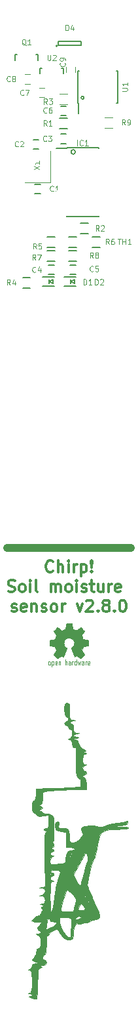
<source format=gbr>
G04 #@! TF.GenerationSoftware,KiCad,Pcbnew,(6.0.0-rc1-dev-135-gb4df06c)*
G04 #@! TF.CreationDate,2018-09-05T13:03:13+03:00*
G04 #@! TF.ProjectId,rs485-moist-sensor,72733438352D6D6F6973742D73656E73,rev?*
G04 #@! TF.SameCoordinates,Original*
G04 #@! TF.FileFunction,Legend,Top*
G04 #@! TF.FilePolarity,Positive*
%FSLAX46Y46*%
G04 Gerber Fmt 4.6, Leading zero omitted, Abs format (unit mm)*
G04 Created by KiCad (PCBNEW (6.0.0-rc1-dev-135-gb4df06c)) date 2018 September 05, Wednesday 13:03:13*
%MOMM*%
%LPD*%
G01*
G04 APERTURE LIST*
%ADD10C,1.000000*%
%ADD11C,0.300000*%
%ADD12C,0.120000*%
%ADD13C,0.150000*%
%ADD14C,0.075000*%
%ADD15C,0.002540*%
%ADD16C,0.010000*%
%ADD17C,0.110000*%
%ADD18R,1.200000X1.400000*%
%ADD19R,0.800000X0.700000*%
%ADD20R,1.500000X0.600000*%
%ADD21R,0.600000X1.550000*%
%ADD22R,0.800100X0.800100*%
%ADD23R,0.800000X0.750000*%
%ADD24R,0.500000X0.900000*%
%ADD25R,0.750000X0.800000*%
%ADD26R,0.650000X1.060000*%
G04 APERTURE END LIST*
D10*
X87000000Y-91000000D02*
X103000000Y-91000000D01*
D11*
X92928571Y-93985714D02*
X92857142Y-94057142D01*
X92642857Y-94128571D01*
X92500000Y-94128571D01*
X92285714Y-94057142D01*
X92142857Y-93914285D01*
X92071428Y-93771428D01*
X92000000Y-93485714D01*
X92000000Y-93271428D01*
X92071428Y-92985714D01*
X92142857Y-92842857D01*
X92285714Y-92700000D01*
X92500000Y-92628571D01*
X92642857Y-92628571D01*
X92857142Y-92700000D01*
X92928571Y-92771428D01*
X93571428Y-94128571D02*
X93571428Y-92628571D01*
X94214285Y-94128571D02*
X94214285Y-93342857D01*
X94142857Y-93200000D01*
X94000000Y-93128571D01*
X93785714Y-93128571D01*
X93642857Y-93200000D01*
X93571428Y-93271428D01*
X94928571Y-94128571D02*
X94928571Y-93128571D01*
X94928571Y-92628571D02*
X94857142Y-92700000D01*
X94928571Y-92771428D01*
X95000000Y-92700000D01*
X94928571Y-92628571D01*
X94928571Y-92771428D01*
X95642857Y-94128571D02*
X95642857Y-93128571D01*
X95642857Y-93414285D02*
X95714285Y-93271428D01*
X95785714Y-93200000D01*
X95928571Y-93128571D01*
X96071428Y-93128571D01*
X96571428Y-93128571D02*
X96571428Y-94628571D01*
X96571428Y-93200000D02*
X96714285Y-93128571D01*
X97000000Y-93128571D01*
X97142857Y-93200000D01*
X97214285Y-93271428D01*
X97285714Y-93414285D01*
X97285714Y-93842857D01*
X97214285Y-93985714D01*
X97142857Y-94057142D01*
X97000000Y-94128571D01*
X96714285Y-94128571D01*
X96571428Y-94057142D01*
X97928571Y-93985714D02*
X98000000Y-94057142D01*
X97928571Y-94128571D01*
X97857142Y-94057142D01*
X97928571Y-93985714D01*
X97928571Y-94128571D01*
X97928571Y-93557142D02*
X97857142Y-92700000D01*
X97928571Y-92628571D01*
X98000000Y-92700000D01*
X97928571Y-93557142D01*
X97928571Y-92628571D01*
X87142857Y-96607142D02*
X87357142Y-96678571D01*
X87714285Y-96678571D01*
X87857142Y-96607142D01*
X87928571Y-96535714D01*
X88000000Y-96392857D01*
X88000000Y-96250000D01*
X87928571Y-96107142D01*
X87857142Y-96035714D01*
X87714285Y-95964285D01*
X87428571Y-95892857D01*
X87285714Y-95821428D01*
X87214285Y-95750000D01*
X87142857Y-95607142D01*
X87142857Y-95464285D01*
X87214285Y-95321428D01*
X87285714Y-95250000D01*
X87428571Y-95178571D01*
X87785714Y-95178571D01*
X88000000Y-95250000D01*
X88857142Y-96678571D02*
X88714285Y-96607142D01*
X88642857Y-96535714D01*
X88571428Y-96392857D01*
X88571428Y-95964285D01*
X88642857Y-95821428D01*
X88714285Y-95750000D01*
X88857142Y-95678571D01*
X89071428Y-95678571D01*
X89214285Y-95750000D01*
X89285714Y-95821428D01*
X89357142Y-95964285D01*
X89357142Y-96392857D01*
X89285714Y-96535714D01*
X89214285Y-96607142D01*
X89071428Y-96678571D01*
X88857142Y-96678571D01*
X90000000Y-96678571D02*
X90000000Y-95678571D01*
X90000000Y-95178571D02*
X89928571Y-95250000D01*
X90000000Y-95321428D01*
X90071428Y-95250000D01*
X90000000Y-95178571D01*
X90000000Y-95321428D01*
X90928571Y-96678571D02*
X90785714Y-96607142D01*
X90714285Y-96464285D01*
X90714285Y-95178571D01*
X92642857Y-96678571D02*
X92642857Y-95678571D01*
X92642857Y-95821428D02*
X92714285Y-95750000D01*
X92857142Y-95678571D01*
X93071428Y-95678571D01*
X93214285Y-95750000D01*
X93285714Y-95892857D01*
X93285714Y-96678571D01*
X93285714Y-95892857D02*
X93357142Y-95750000D01*
X93500000Y-95678571D01*
X93714285Y-95678571D01*
X93857142Y-95750000D01*
X93928571Y-95892857D01*
X93928571Y-96678571D01*
X94857142Y-96678571D02*
X94714285Y-96607142D01*
X94642857Y-96535714D01*
X94571428Y-96392857D01*
X94571428Y-95964285D01*
X94642857Y-95821428D01*
X94714285Y-95750000D01*
X94857142Y-95678571D01*
X95071428Y-95678571D01*
X95214285Y-95750000D01*
X95285714Y-95821428D01*
X95357142Y-95964285D01*
X95357142Y-96392857D01*
X95285714Y-96535714D01*
X95214285Y-96607142D01*
X95071428Y-96678571D01*
X94857142Y-96678571D01*
X96000000Y-96678571D02*
X96000000Y-95678571D01*
X96000000Y-95178571D02*
X95928571Y-95250000D01*
X96000000Y-95321428D01*
X96071428Y-95250000D01*
X96000000Y-95178571D01*
X96000000Y-95321428D01*
X96642857Y-96607142D02*
X96785714Y-96678571D01*
X97071428Y-96678571D01*
X97214285Y-96607142D01*
X97285714Y-96464285D01*
X97285714Y-96392857D01*
X97214285Y-96250000D01*
X97071428Y-96178571D01*
X96857142Y-96178571D01*
X96714285Y-96107142D01*
X96642857Y-95964285D01*
X96642857Y-95892857D01*
X96714285Y-95750000D01*
X96857142Y-95678571D01*
X97071428Y-95678571D01*
X97214285Y-95750000D01*
X97714285Y-95678571D02*
X98285714Y-95678571D01*
X97928571Y-95178571D02*
X97928571Y-96464285D01*
X98000000Y-96607142D01*
X98142857Y-96678571D01*
X98285714Y-96678571D01*
X99428571Y-95678571D02*
X99428571Y-96678571D01*
X98785714Y-95678571D02*
X98785714Y-96464285D01*
X98857142Y-96607142D01*
X99000000Y-96678571D01*
X99214285Y-96678571D01*
X99357142Y-96607142D01*
X99428571Y-96535714D01*
X100142857Y-96678571D02*
X100142857Y-95678571D01*
X100142857Y-95964285D02*
X100214285Y-95821428D01*
X100285714Y-95750000D01*
X100428571Y-95678571D01*
X100571428Y-95678571D01*
X101642857Y-96607142D02*
X101500000Y-96678571D01*
X101214285Y-96678571D01*
X101071428Y-96607142D01*
X101000000Y-96464285D01*
X101000000Y-95892857D01*
X101071428Y-95750000D01*
X101214285Y-95678571D01*
X101500000Y-95678571D01*
X101642857Y-95750000D01*
X101714285Y-95892857D01*
X101714285Y-96035714D01*
X101000000Y-96178571D01*
X87607142Y-99157142D02*
X87750000Y-99228571D01*
X88035714Y-99228571D01*
X88178571Y-99157142D01*
X88250000Y-99014285D01*
X88250000Y-98942857D01*
X88178571Y-98800000D01*
X88035714Y-98728571D01*
X87821428Y-98728571D01*
X87678571Y-98657142D01*
X87607142Y-98514285D01*
X87607142Y-98442857D01*
X87678571Y-98300000D01*
X87821428Y-98228571D01*
X88035714Y-98228571D01*
X88178571Y-98300000D01*
X89464285Y-99157142D02*
X89321428Y-99228571D01*
X89035714Y-99228571D01*
X88892857Y-99157142D01*
X88821428Y-99014285D01*
X88821428Y-98442857D01*
X88892857Y-98300000D01*
X89035714Y-98228571D01*
X89321428Y-98228571D01*
X89464285Y-98300000D01*
X89535714Y-98442857D01*
X89535714Y-98585714D01*
X88821428Y-98728571D01*
X90178571Y-98228571D02*
X90178571Y-99228571D01*
X90178571Y-98371428D02*
X90250000Y-98300000D01*
X90392857Y-98228571D01*
X90607142Y-98228571D01*
X90750000Y-98300000D01*
X90821428Y-98442857D01*
X90821428Y-99228571D01*
X91464285Y-99157142D02*
X91607142Y-99228571D01*
X91892857Y-99228571D01*
X92035714Y-99157142D01*
X92107142Y-99014285D01*
X92107142Y-98942857D01*
X92035714Y-98800000D01*
X91892857Y-98728571D01*
X91678571Y-98728571D01*
X91535714Y-98657142D01*
X91464285Y-98514285D01*
X91464285Y-98442857D01*
X91535714Y-98300000D01*
X91678571Y-98228571D01*
X91892857Y-98228571D01*
X92035714Y-98300000D01*
X92964285Y-99228571D02*
X92821428Y-99157142D01*
X92750000Y-99085714D01*
X92678571Y-98942857D01*
X92678571Y-98514285D01*
X92750000Y-98371428D01*
X92821428Y-98300000D01*
X92964285Y-98228571D01*
X93178571Y-98228571D01*
X93321428Y-98300000D01*
X93392857Y-98371428D01*
X93464285Y-98514285D01*
X93464285Y-98942857D01*
X93392857Y-99085714D01*
X93321428Y-99157142D01*
X93178571Y-99228571D01*
X92964285Y-99228571D01*
X94107142Y-99228571D02*
X94107142Y-98228571D01*
X94107142Y-98514285D02*
X94178571Y-98371428D01*
X94250000Y-98300000D01*
X94392857Y-98228571D01*
X94535714Y-98228571D01*
X96035714Y-98228571D02*
X96392857Y-99228571D01*
X96750000Y-98228571D01*
X97250000Y-97871428D02*
X97321428Y-97800000D01*
X97464285Y-97728571D01*
X97821428Y-97728571D01*
X97964285Y-97800000D01*
X98035714Y-97871428D01*
X98107142Y-98014285D01*
X98107142Y-98157142D01*
X98035714Y-98371428D01*
X97178571Y-99228571D01*
X98107142Y-99228571D01*
X98750000Y-99085714D02*
X98821428Y-99157142D01*
X98750000Y-99228571D01*
X98678571Y-99157142D01*
X98750000Y-99085714D01*
X98750000Y-99228571D01*
X99678571Y-98371428D02*
X99535714Y-98300000D01*
X99464285Y-98228571D01*
X99392857Y-98085714D01*
X99392857Y-98014285D01*
X99464285Y-97871428D01*
X99535714Y-97800000D01*
X99678571Y-97728571D01*
X99964285Y-97728571D01*
X100107142Y-97800000D01*
X100178571Y-97871428D01*
X100250000Y-98014285D01*
X100250000Y-98085714D01*
X100178571Y-98228571D01*
X100107142Y-98300000D01*
X99964285Y-98371428D01*
X99678571Y-98371428D01*
X99535714Y-98442857D01*
X99464285Y-98514285D01*
X99392857Y-98657142D01*
X99392857Y-98942857D01*
X99464285Y-99085714D01*
X99535714Y-99157142D01*
X99678571Y-99228571D01*
X99964285Y-99228571D01*
X100107142Y-99157142D01*
X100178571Y-99085714D01*
X100250000Y-98942857D01*
X100250000Y-98657142D01*
X100178571Y-98514285D01*
X100107142Y-98442857D01*
X99964285Y-98371428D01*
X100892857Y-99085714D02*
X100964285Y-99157142D01*
X100892857Y-99228571D01*
X100821428Y-99157142D01*
X100892857Y-99085714D01*
X100892857Y-99228571D01*
X101892857Y-97728571D02*
X102035714Y-97728571D01*
X102178571Y-97800000D01*
X102250000Y-97871428D01*
X102321428Y-98014285D01*
X102392857Y-98300000D01*
X102392857Y-98657142D01*
X102321428Y-98942857D01*
X102250000Y-99085714D01*
X102178571Y-99157142D01*
X102035714Y-99228571D01*
X101892857Y-99228571D01*
X101750000Y-99157142D01*
X101678571Y-99085714D01*
X101607142Y-98942857D01*
X101535714Y-98657142D01*
X101535714Y-98300000D01*
X101607142Y-98014285D01*
X101678571Y-97871428D01*
X101750000Y-97800000D01*
X101892857Y-97728571D01*
D12*
G04 #@! TO.C,X1*
X89300000Y-43800000D02*
X92600000Y-43800000D01*
X92600000Y-43800000D02*
X92600000Y-39800000D01*
D13*
G04 #@! TO.C,D1*
X92460000Y-56892000D02*
X92460000Y-56392000D01*
X92960000Y-56892000D02*
X92460000Y-56642000D01*
X92460000Y-56642000D02*
X92960000Y-56392000D01*
X92960000Y-56392000D02*
X92960000Y-56892000D01*
X93110000Y-56042000D02*
X91560000Y-56042000D01*
X93110000Y-57242000D02*
X91560000Y-57242000D01*
G04 #@! TO.C,D2*
X95254000Y-56892000D02*
X95254000Y-56392000D01*
X95754000Y-56892000D02*
X95754000Y-56392000D01*
X95754000Y-56392000D02*
X95254000Y-56642000D01*
X95254000Y-56642000D02*
X95754000Y-56892000D01*
X95904000Y-56042000D02*
X94354000Y-56042000D01*
X95904000Y-57242000D02*
X94354000Y-57242000D01*
G04 #@! TO.C,IC1*
X94725000Y-39350000D02*
X94725000Y-39465000D01*
X98875000Y-39350000D02*
X98875000Y-39465000D01*
X98875000Y-48250000D02*
X98875000Y-48135000D01*
X94725000Y-48250000D02*
X94725000Y-48135000D01*
X94725000Y-39350000D02*
X98875000Y-39350000D01*
X94725000Y-48250000D02*
X98875000Y-48250000D01*
X94725000Y-39465000D02*
X93350000Y-39465000D01*
X95832843Y-39900000D02*
G75*
G03X95832843Y-39900000I-282843J0D01*
G01*
G04 #@! TO.C,U1*
X96225000Y-33575000D02*
X96225000Y-34975000D01*
X101325000Y-33575000D02*
X101325000Y-29425000D01*
X96175000Y-33575000D02*
X96175000Y-29425000D01*
X101325000Y-33575000D02*
X101180000Y-33575000D01*
X101325000Y-29425000D02*
X101180000Y-29425000D01*
X96175000Y-29425000D02*
X96320000Y-29425000D01*
X96175000Y-33575000D02*
X96225000Y-33575000D01*
X96930278Y-32900000D02*
G75*
G03X96930278Y-32900000I-180278J0D01*
G01*
G04 #@! TO.C,U2*
X94249820Y-29099760D02*
X94249820Y-29800800D01*
X94049160Y-29099760D02*
X94249820Y-29099760D01*
X91250180Y-29099760D02*
X91499100Y-29099760D01*
X91250180Y-29800800D02*
X91250180Y-29099760D01*
X94049160Y-29099760D02*
X94000900Y-29099760D01*
G04 #@! TO.C,Q1*
X90999820Y-27349760D02*
X90999820Y-28050800D01*
X90799160Y-27349760D02*
X90999820Y-27349760D01*
X88000180Y-27349760D02*
X88249100Y-27349760D01*
X88000180Y-28050800D02*
X88000180Y-27349760D01*
X90799160Y-27349760D02*
X90750900Y-27349760D01*
G04 #@! TO.C,C1*
X91300000Y-45300000D02*
X90600000Y-45300000D01*
X90600000Y-44100000D02*
X91300000Y-44100000D01*
G04 #@! TO.C,C2*
X90400000Y-38300000D02*
X91100000Y-38300000D01*
X91100000Y-39500000D02*
X90400000Y-39500000D01*
G04 #@! TO.C,C3*
X93950000Y-37600000D02*
X94650000Y-37600000D01*
X94650000Y-38800000D02*
X93950000Y-38800000D01*
G04 #@! TO.C,C4*
X93060000Y-55718000D02*
X92360000Y-55718000D01*
X92360000Y-54518000D02*
X93060000Y-54518000D01*
G04 #@! TO.C,C5*
X95154000Y-54518000D02*
X95854000Y-54518000D01*
X95854000Y-55718000D02*
X95154000Y-55718000D01*
G04 #@! TO.C,C6*
X94650000Y-35200000D02*
X93950000Y-35200000D01*
X93950000Y-34000000D02*
X94650000Y-34000000D01*
G04 #@! TO.C,R1*
X93800000Y-35525000D02*
X94800000Y-35525000D01*
X94800000Y-36875000D02*
X93800000Y-36875000D01*
G04 #@! TO.C,R2*
X97528000Y-50459000D02*
X96528000Y-50459000D01*
X96528000Y-49109000D02*
X97528000Y-49109000D01*
G04 #@! TO.C,R4*
X90000000Y-57425000D02*
X89000000Y-57425000D01*
X89000000Y-56075000D02*
X90000000Y-56075000D01*
G04 #@! TO.C,R5*
X92210000Y-50887000D02*
X93210000Y-50887000D01*
X93210000Y-52237000D02*
X92210000Y-52237000D01*
G04 #@! TO.C,R6*
X96004000Y-52237000D02*
X95004000Y-52237000D01*
X95004000Y-50887000D02*
X96004000Y-50887000D01*
G04 #@! TO.C,R7*
X93210000Y-54015000D02*
X92210000Y-54015000D01*
X92210000Y-52665000D02*
X93210000Y-52665000D01*
G04 #@! TO.C,R8*
X95004000Y-52665000D02*
X96004000Y-52665000D01*
X96004000Y-54015000D02*
X95004000Y-54015000D01*
G04 #@! TO.C,TH1*
X99000000Y-52175000D02*
X98000000Y-52175000D01*
X98000000Y-50825000D02*
X99000000Y-50825000D01*
D14*
G04 #@! TO.C,#LOGO1*
X97160000Y-105620000D02*
X97160000Y-106080000D01*
X97250000Y-105620000D02*
X97300000Y-105620000D01*
X97200000Y-105650000D02*
X97250000Y-105620000D01*
X97180000Y-105670000D02*
X97200000Y-105650000D01*
X97160000Y-105740000D02*
X97180000Y-105670000D01*
X97600000Y-106080000D02*
X97650000Y-106050000D01*
X97500000Y-106080000D02*
X97600000Y-106080000D01*
X97460000Y-106050000D02*
X97500000Y-106080000D01*
X97440000Y-105980000D02*
X97460000Y-106050000D01*
X97440000Y-105710000D02*
X97440000Y-105980000D01*
X97470000Y-105650000D02*
X97440000Y-105710000D01*
X97510000Y-105620000D02*
X97470000Y-105650000D01*
X97610000Y-105620000D02*
X97510000Y-105620000D01*
X97650000Y-105660000D02*
X97610000Y-105620000D01*
X97670000Y-105730000D02*
X97650000Y-105660000D01*
X97670000Y-105850000D02*
X97670000Y-105730000D01*
X97670000Y-105850000D02*
X97440000Y-105850000D01*
X96920000Y-105710000D02*
X96920000Y-106080000D01*
X96890000Y-105650000D02*
X96920000Y-105710000D01*
X96850000Y-105620000D02*
X96890000Y-105650000D01*
X96750000Y-105620000D02*
X96850000Y-105620000D01*
X96700000Y-105650000D02*
X96750000Y-105620000D01*
X96760000Y-105810000D02*
X96710000Y-105840000D01*
X96880000Y-105810000D02*
X96760000Y-105810000D01*
X96920000Y-105780000D02*
X96880000Y-105810000D01*
X96870000Y-106080000D02*
X96920000Y-106040000D01*
X96750000Y-106080000D02*
X96870000Y-106080000D01*
X96700000Y-106040000D02*
X96750000Y-106080000D01*
X96680000Y-105980000D02*
X96700000Y-106040000D01*
X96680000Y-105910000D02*
X96680000Y-105980000D01*
X96710000Y-105840000D02*
X96680000Y-105910000D01*
X96130000Y-105620000D02*
X96230000Y-106080000D01*
X96230000Y-106080000D02*
X96320000Y-105740000D01*
X96320000Y-105740000D02*
X96420000Y-106080000D01*
X96420000Y-106080000D02*
X96520000Y-105620000D01*
X95940000Y-106050000D02*
X95900000Y-106080000D01*
X95900000Y-106080000D02*
X95790000Y-106080000D01*
X95790000Y-106080000D02*
X95750000Y-106050000D01*
X95750000Y-106050000D02*
X95730000Y-106020000D01*
X95730000Y-106020000D02*
X95700000Y-105950000D01*
X95700000Y-105950000D02*
X95700000Y-105750000D01*
X95700000Y-105750000D02*
X95730000Y-105680000D01*
X95730000Y-105680000D02*
X95750000Y-105650000D01*
X95750000Y-105650000D02*
X95810000Y-105610000D01*
X95810000Y-105610000D02*
X95880000Y-105610000D01*
X95880000Y-105610000D02*
X95940000Y-105650000D01*
X95940000Y-105380000D02*
X95940000Y-106080000D01*
X95420000Y-105740000D02*
X95440000Y-105670000D01*
X95440000Y-105670000D02*
X95460000Y-105650000D01*
X95460000Y-105650000D02*
X95510000Y-105620000D01*
X95510000Y-105620000D02*
X95560000Y-105620000D01*
X95420000Y-105620000D02*
X95420000Y-106080000D01*
X94970000Y-105840000D02*
X94940000Y-105910000D01*
X94940000Y-105910000D02*
X94940000Y-105980000D01*
X94940000Y-105980000D02*
X94960000Y-106040000D01*
X94960000Y-106040000D02*
X95010000Y-106080000D01*
X95010000Y-106080000D02*
X95130000Y-106080000D01*
X95130000Y-106080000D02*
X95180000Y-106040000D01*
X95180000Y-105780000D02*
X95140000Y-105810000D01*
X95140000Y-105810000D02*
X95020000Y-105810000D01*
X95020000Y-105810000D02*
X94970000Y-105840000D01*
X94960000Y-105650000D02*
X95010000Y-105620000D01*
X95010000Y-105620000D02*
X95110000Y-105620000D01*
X95110000Y-105620000D02*
X95150000Y-105650000D01*
X95150000Y-105650000D02*
X95180000Y-105710000D01*
X95180000Y-105710000D02*
X95180000Y-106080000D01*
X94510000Y-105690000D02*
X94530000Y-105650000D01*
X94530000Y-105650000D02*
X94580000Y-105620000D01*
X94580000Y-105620000D02*
X94660000Y-105620000D01*
X94660000Y-105620000D02*
X94700000Y-105650000D01*
X94700000Y-105650000D02*
X94720000Y-105710000D01*
X94720000Y-105710000D02*
X94720000Y-106080000D01*
X94510000Y-105380000D02*
X94510000Y-106080000D01*
X93460000Y-105850000D02*
X93230000Y-105850000D01*
X93680000Y-105680000D02*
X93700000Y-105650000D01*
X93700000Y-105650000D02*
X93740000Y-105620000D01*
X93740000Y-105620000D02*
X93830000Y-105620000D01*
X93830000Y-105620000D02*
X93870000Y-105650000D01*
X93870000Y-105650000D02*
X93890000Y-105710000D01*
X93890000Y-105710000D02*
X93890000Y-106080000D01*
X93680000Y-105620000D02*
X93680000Y-106080000D01*
X93460000Y-105850000D02*
X93460000Y-105730000D01*
X93460000Y-105730000D02*
X93440000Y-105660000D01*
X93440000Y-105660000D02*
X93400000Y-105620000D01*
X93400000Y-105620000D02*
X93300000Y-105620000D01*
X93300000Y-105620000D02*
X93260000Y-105650000D01*
X93260000Y-105650000D02*
X93230000Y-105710000D01*
X93230000Y-105710000D02*
X93230000Y-105980000D01*
X93230000Y-105980000D02*
X93250000Y-106050000D01*
X93250000Y-106050000D02*
X93290000Y-106080000D01*
X93290000Y-106080000D02*
X93390000Y-106080000D01*
X93390000Y-106080000D02*
X93440000Y-106050000D01*
X92800000Y-105650000D02*
X92840000Y-105620000D01*
X92840000Y-105620000D02*
X92940000Y-105620000D01*
X92940000Y-105620000D02*
X92980000Y-105650000D01*
X92980000Y-105650000D02*
X93010000Y-105680000D01*
X93010000Y-105680000D02*
X93030000Y-105740000D01*
X93030000Y-105740000D02*
X93030000Y-105960000D01*
X93030000Y-105960000D02*
X93010000Y-106020000D01*
X93010000Y-106020000D02*
X92990000Y-106050000D01*
X92990000Y-106050000D02*
X92950000Y-106080000D01*
X92950000Y-106080000D02*
X92850000Y-106080000D01*
X92850000Y-106080000D02*
X92800000Y-106050000D01*
X92800000Y-106320000D02*
X92800000Y-105620000D01*
X92490000Y-105620000D02*
X92410000Y-105620000D01*
X92410000Y-105620000D02*
X92370000Y-105650000D01*
X92370000Y-105650000D02*
X92350000Y-105680000D01*
X92350000Y-105680000D02*
X92320000Y-105750000D01*
X92410000Y-106080000D02*
X92490000Y-106080000D01*
X92490000Y-106080000D02*
X92540000Y-106050000D01*
X92540000Y-106050000D02*
X92560000Y-106020000D01*
X92560000Y-106020000D02*
X92580000Y-105950000D01*
X92580000Y-105950000D02*
X92580000Y-105750000D01*
X92580000Y-105750000D02*
X92560000Y-105690000D01*
X92560000Y-105690000D02*
X92540000Y-105660000D01*
X92540000Y-105660000D02*
X92490000Y-105620000D01*
X92320000Y-105750000D02*
X92320000Y-105950000D01*
X92320000Y-105950000D02*
X92340000Y-106010000D01*
X92340000Y-106010000D02*
X92360000Y-106040000D01*
X92360000Y-106040000D02*
X92410000Y-106080000D01*
D15*
G36*
X93486160Y-105245360D02*
X93511560Y-105230120D01*
X93569980Y-105194560D01*
X93653800Y-105138680D01*
X93752860Y-105072640D01*
X93851920Y-105006600D01*
X93933200Y-104953260D01*
X93989080Y-104915160D01*
X94014480Y-104902460D01*
X94027180Y-104907540D01*
X94072900Y-104930400D01*
X94141480Y-104965960D01*
X94182120Y-104986280D01*
X94243080Y-105011680D01*
X94276100Y-105019300D01*
X94281180Y-105009140D01*
X94304040Y-104960880D01*
X94339600Y-104879600D01*
X94385320Y-104770380D01*
X94441200Y-104643380D01*
X94497080Y-104508760D01*
X94555500Y-104369060D01*
X94611380Y-104234440D01*
X94659640Y-104115060D01*
X94700280Y-104018540D01*
X94725680Y-103949960D01*
X94735840Y-103922020D01*
X94733300Y-103914400D01*
X94700280Y-103883920D01*
X94646940Y-103843280D01*
X94527560Y-103746760D01*
X94410720Y-103601980D01*
X94339600Y-103436880D01*
X94316740Y-103251460D01*
X94337060Y-103081280D01*
X94403100Y-102918720D01*
X94517400Y-102771400D01*
X94657100Y-102662180D01*
X94819660Y-102593600D01*
X95000000Y-102570740D01*
X95172720Y-102591060D01*
X95340360Y-102657100D01*
X95487680Y-102768860D01*
X95551180Y-102839980D01*
X95637540Y-102989840D01*
X95685800Y-103147320D01*
X95690880Y-103187960D01*
X95683260Y-103363220D01*
X95632460Y-103533400D01*
X95538480Y-103683260D01*
X95408940Y-103807720D01*
X95393700Y-103817880D01*
X95335280Y-103863600D01*
X95294640Y-103894080D01*
X95264160Y-103919480D01*
X95487680Y-104457960D01*
X95523240Y-104541780D01*
X95584200Y-104689100D01*
X95637540Y-104816100D01*
X95680720Y-104917700D01*
X95711200Y-104983740D01*
X95723900Y-105011680D01*
X95723900Y-105014220D01*
X95744220Y-105016760D01*
X95784860Y-105001520D01*
X95861060Y-104965960D01*
X95909320Y-104940560D01*
X95967740Y-104912620D01*
X95993140Y-104902460D01*
X96016000Y-104915160D01*
X96069340Y-104950720D01*
X96150620Y-105004060D01*
X96247140Y-105067560D01*
X96338580Y-105131060D01*
X96422400Y-105186940D01*
X96483360Y-105225040D01*
X96513840Y-105242820D01*
X96518920Y-105242820D01*
X96544320Y-105227580D01*
X96592580Y-105186940D01*
X96666240Y-105118360D01*
X96770380Y-105014220D01*
X96785620Y-104998980D01*
X96871980Y-104912620D01*
X96940560Y-104838960D01*
X96986280Y-104788160D01*
X97004060Y-104765300D01*
X96988820Y-104734820D01*
X96950720Y-104673860D01*
X96894840Y-104587500D01*
X96826260Y-104488440D01*
X96648460Y-104229360D01*
X96744980Y-103985520D01*
X96775460Y-103909320D01*
X96813560Y-103820420D01*
X96841500Y-103754380D01*
X96856740Y-103726440D01*
X96882140Y-103716280D01*
X96950720Y-103701040D01*
X97047240Y-103680720D01*
X97161540Y-103660400D01*
X97273300Y-103640080D01*
X97372360Y-103619760D01*
X97443480Y-103607060D01*
X97476500Y-103599440D01*
X97484120Y-103594360D01*
X97491740Y-103579120D01*
X97494280Y-103546100D01*
X97496820Y-103485140D01*
X97499360Y-103391160D01*
X97499360Y-103251460D01*
X97499360Y-103236220D01*
X97496820Y-103106680D01*
X97494280Y-103000000D01*
X97491740Y-102933960D01*
X97486660Y-102906020D01*
X97456180Y-102898400D01*
X97385060Y-102883160D01*
X97286000Y-102865380D01*
X97166620Y-102842520D01*
X97159000Y-102839980D01*
X97042160Y-102817120D01*
X96943100Y-102796800D01*
X96871980Y-102781560D01*
X96844040Y-102771400D01*
X96836420Y-102763780D01*
X96813560Y-102718060D01*
X96780540Y-102644400D01*
X96739900Y-102555500D01*
X96701800Y-102461520D01*
X96668780Y-102377700D01*
X96645920Y-102316740D01*
X96638300Y-102288800D01*
X96640840Y-102286260D01*
X96658620Y-102258320D01*
X96699260Y-102197360D01*
X96755140Y-102113540D01*
X96823720Y-102011940D01*
X96828800Y-102004320D01*
X96897380Y-101905260D01*
X96953260Y-101818900D01*
X96988820Y-101760480D01*
X97004060Y-101732540D01*
X97004060Y-101730000D01*
X96981200Y-101699520D01*
X96930400Y-101643640D01*
X96856740Y-101567440D01*
X96770380Y-101478540D01*
X96742440Y-101453140D01*
X96643380Y-101356620D01*
X96577340Y-101295660D01*
X96534160Y-101262640D01*
X96513840Y-101255020D01*
X96483360Y-101272800D01*
X96419860Y-101313440D01*
X96336040Y-101371860D01*
X96234440Y-101440440D01*
X96226820Y-101445520D01*
X96127760Y-101514100D01*
X96043940Y-101569980D01*
X95985520Y-101610620D01*
X95957580Y-101625860D01*
X95955040Y-101625860D01*
X95914400Y-101613160D01*
X95843280Y-101587760D01*
X95754380Y-101554740D01*
X95662940Y-101516640D01*
X95579120Y-101481080D01*
X95515620Y-101453140D01*
X95485140Y-101435360D01*
X95474980Y-101399800D01*
X95457200Y-101323600D01*
X95436880Y-101222000D01*
X95411480Y-101100080D01*
X95408940Y-101079760D01*
X95386080Y-100960380D01*
X95368300Y-100861320D01*
X95353060Y-100792740D01*
X95345440Y-100764800D01*
X95330200Y-100762260D01*
X95271780Y-100757180D01*
X95182880Y-100754640D01*
X95073660Y-100754640D01*
X94961900Y-100754640D01*
X94852680Y-100757180D01*
X94758700Y-100759720D01*
X94690120Y-100764800D01*
X94662180Y-100769880D01*
X94662180Y-100772420D01*
X94652020Y-100810520D01*
X94634240Y-100884180D01*
X94613920Y-100988320D01*
X94591060Y-101110240D01*
X94585980Y-101133100D01*
X94563120Y-101249940D01*
X94542800Y-101349000D01*
X94530100Y-101415040D01*
X94522480Y-101442980D01*
X94509780Y-101448060D01*
X94461520Y-101468380D01*
X94382780Y-101501400D01*
X94283720Y-101542040D01*
X94055120Y-101633480D01*
X93773180Y-101442980D01*
X93747780Y-101425200D01*
X93646180Y-101356620D01*
X93564900Y-101300740D01*
X93506480Y-101262640D01*
X93483620Y-101249940D01*
X93481080Y-101249940D01*
X93453140Y-101275340D01*
X93397260Y-101328680D01*
X93321060Y-101402340D01*
X93232160Y-101488700D01*
X93168660Y-101554740D01*
X93089920Y-101633480D01*
X93041660Y-101686820D01*
X93013720Y-101719840D01*
X93006100Y-101740160D01*
X93008640Y-101755400D01*
X93026420Y-101783340D01*
X93067060Y-101844300D01*
X93125480Y-101930660D01*
X93194060Y-102029720D01*
X93249940Y-102113540D01*
X93310900Y-102207520D01*
X93349000Y-102273560D01*
X93364240Y-102306580D01*
X93359160Y-102319280D01*
X93341380Y-102375160D01*
X93305820Y-102458980D01*
X93265180Y-102558040D01*
X93166120Y-102779020D01*
X93021340Y-102806960D01*
X92932440Y-102824740D01*
X92810520Y-102847600D01*
X92691140Y-102870460D01*
X92508260Y-102906020D01*
X92500640Y-103581660D01*
X92528580Y-103594360D01*
X92556520Y-103601980D01*
X92625100Y-103617220D01*
X92721620Y-103637540D01*
X92838460Y-103657860D01*
X92934980Y-103675640D01*
X93034040Y-103695960D01*
X93105160Y-103708660D01*
X93135640Y-103716280D01*
X93145800Y-103726440D01*
X93168660Y-103774700D01*
X93204220Y-103850900D01*
X93244860Y-103942340D01*
X93282960Y-104036320D01*
X93318520Y-104125220D01*
X93341380Y-104191260D01*
X93351540Y-104224280D01*
X93338840Y-104252220D01*
X93300740Y-104310640D01*
X93247400Y-104391920D01*
X93178820Y-104490980D01*
X93112780Y-104587500D01*
X93054360Y-104671320D01*
X93016260Y-104732280D01*
X92998480Y-104760220D01*
X93008640Y-104778000D01*
X93046740Y-104826260D01*
X93120400Y-104902460D01*
X93232160Y-105011680D01*
X93249940Y-105029460D01*
X93336300Y-105113280D01*
X93409960Y-105181860D01*
X93463300Y-105227580D01*
X93486160Y-105245360D01*
X93486160Y-105245360D01*
G37*
X93486160Y-105245360D02*
X93511560Y-105230120D01*
X93569980Y-105194560D01*
X93653800Y-105138680D01*
X93752860Y-105072640D01*
X93851920Y-105006600D01*
X93933200Y-104953260D01*
X93989080Y-104915160D01*
X94014480Y-104902460D01*
X94027180Y-104907540D01*
X94072900Y-104930400D01*
X94141480Y-104965960D01*
X94182120Y-104986280D01*
X94243080Y-105011680D01*
X94276100Y-105019300D01*
X94281180Y-105009140D01*
X94304040Y-104960880D01*
X94339600Y-104879600D01*
X94385320Y-104770380D01*
X94441200Y-104643380D01*
X94497080Y-104508760D01*
X94555500Y-104369060D01*
X94611380Y-104234440D01*
X94659640Y-104115060D01*
X94700280Y-104018540D01*
X94725680Y-103949960D01*
X94735840Y-103922020D01*
X94733300Y-103914400D01*
X94700280Y-103883920D01*
X94646940Y-103843280D01*
X94527560Y-103746760D01*
X94410720Y-103601980D01*
X94339600Y-103436880D01*
X94316740Y-103251460D01*
X94337060Y-103081280D01*
X94403100Y-102918720D01*
X94517400Y-102771400D01*
X94657100Y-102662180D01*
X94819660Y-102593600D01*
X95000000Y-102570740D01*
X95172720Y-102591060D01*
X95340360Y-102657100D01*
X95487680Y-102768860D01*
X95551180Y-102839980D01*
X95637540Y-102989840D01*
X95685800Y-103147320D01*
X95690880Y-103187960D01*
X95683260Y-103363220D01*
X95632460Y-103533400D01*
X95538480Y-103683260D01*
X95408940Y-103807720D01*
X95393700Y-103817880D01*
X95335280Y-103863600D01*
X95294640Y-103894080D01*
X95264160Y-103919480D01*
X95487680Y-104457960D01*
X95523240Y-104541780D01*
X95584200Y-104689100D01*
X95637540Y-104816100D01*
X95680720Y-104917700D01*
X95711200Y-104983740D01*
X95723900Y-105011680D01*
X95723900Y-105014220D01*
X95744220Y-105016760D01*
X95784860Y-105001520D01*
X95861060Y-104965960D01*
X95909320Y-104940560D01*
X95967740Y-104912620D01*
X95993140Y-104902460D01*
X96016000Y-104915160D01*
X96069340Y-104950720D01*
X96150620Y-105004060D01*
X96247140Y-105067560D01*
X96338580Y-105131060D01*
X96422400Y-105186940D01*
X96483360Y-105225040D01*
X96513840Y-105242820D01*
X96518920Y-105242820D01*
X96544320Y-105227580D01*
X96592580Y-105186940D01*
X96666240Y-105118360D01*
X96770380Y-105014220D01*
X96785620Y-104998980D01*
X96871980Y-104912620D01*
X96940560Y-104838960D01*
X96986280Y-104788160D01*
X97004060Y-104765300D01*
X96988820Y-104734820D01*
X96950720Y-104673860D01*
X96894840Y-104587500D01*
X96826260Y-104488440D01*
X96648460Y-104229360D01*
X96744980Y-103985520D01*
X96775460Y-103909320D01*
X96813560Y-103820420D01*
X96841500Y-103754380D01*
X96856740Y-103726440D01*
X96882140Y-103716280D01*
X96950720Y-103701040D01*
X97047240Y-103680720D01*
X97161540Y-103660400D01*
X97273300Y-103640080D01*
X97372360Y-103619760D01*
X97443480Y-103607060D01*
X97476500Y-103599440D01*
X97484120Y-103594360D01*
X97491740Y-103579120D01*
X97494280Y-103546100D01*
X97496820Y-103485140D01*
X97499360Y-103391160D01*
X97499360Y-103251460D01*
X97499360Y-103236220D01*
X97496820Y-103106680D01*
X97494280Y-103000000D01*
X97491740Y-102933960D01*
X97486660Y-102906020D01*
X97456180Y-102898400D01*
X97385060Y-102883160D01*
X97286000Y-102865380D01*
X97166620Y-102842520D01*
X97159000Y-102839980D01*
X97042160Y-102817120D01*
X96943100Y-102796800D01*
X96871980Y-102781560D01*
X96844040Y-102771400D01*
X96836420Y-102763780D01*
X96813560Y-102718060D01*
X96780540Y-102644400D01*
X96739900Y-102555500D01*
X96701800Y-102461520D01*
X96668780Y-102377700D01*
X96645920Y-102316740D01*
X96638300Y-102288800D01*
X96640840Y-102286260D01*
X96658620Y-102258320D01*
X96699260Y-102197360D01*
X96755140Y-102113540D01*
X96823720Y-102011940D01*
X96828800Y-102004320D01*
X96897380Y-101905260D01*
X96953260Y-101818900D01*
X96988820Y-101760480D01*
X97004060Y-101732540D01*
X97004060Y-101730000D01*
X96981200Y-101699520D01*
X96930400Y-101643640D01*
X96856740Y-101567440D01*
X96770380Y-101478540D01*
X96742440Y-101453140D01*
X96643380Y-101356620D01*
X96577340Y-101295660D01*
X96534160Y-101262640D01*
X96513840Y-101255020D01*
X96483360Y-101272800D01*
X96419860Y-101313440D01*
X96336040Y-101371860D01*
X96234440Y-101440440D01*
X96226820Y-101445520D01*
X96127760Y-101514100D01*
X96043940Y-101569980D01*
X95985520Y-101610620D01*
X95957580Y-101625860D01*
X95955040Y-101625860D01*
X95914400Y-101613160D01*
X95843280Y-101587760D01*
X95754380Y-101554740D01*
X95662940Y-101516640D01*
X95579120Y-101481080D01*
X95515620Y-101453140D01*
X95485140Y-101435360D01*
X95474980Y-101399800D01*
X95457200Y-101323600D01*
X95436880Y-101222000D01*
X95411480Y-101100080D01*
X95408940Y-101079760D01*
X95386080Y-100960380D01*
X95368300Y-100861320D01*
X95353060Y-100792740D01*
X95345440Y-100764800D01*
X95330200Y-100762260D01*
X95271780Y-100757180D01*
X95182880Y-100754640D01*
X95073660Y-100754640D01*
X94961900Y-100754640D01*
X94852680Y-100757180D01*
X94758700Y-100759720D01*
X94690120Y-100764800D01*
X94662180Y-100769880D01*
X94662180Y-100772420D01*
X94652020Y-100810520D01*
X94634240Y-100884180D01*
X94613920Y-100988320D01*
X94591060Y-101110240D01*
X94585980Y-101133100D01*
X94563120Y-101249940D01*
X94542800Y-101349000D01*
X94530100Y-101415040D01*
X94522480Y-101442980D01*
X94509780Y-101448060D01*
X94461520Y-101468380D01*
X94382780Y-101501400D01*
X94283720Y-101542040D01*
X94055120Y-101633480D01*
X93773180Y-101442980D01*
X93747780Y-101425200D01*
X93646180Y-101356620D01*
X93564900Y-101300740D01*
X93506480Y-101262640D01*
X93483620Y-101249940D01*
X93481080Y-101249940D01*
X93453140Y-101275340D01*
X93397260Y-101328680D01*
X93321060Y-101402340D01*
X93232160Y-101488700D01*
X93168660Y-101554740D01*
X93089920Y-101633480D01*
X93041660Y-101686820D01*
X93013720Y-101719840D01*
X93006100Y-101740160D01*
X93008640Y-101755400D01*
X93026420Y-101783340D01*
X93067060Y-101844300D01*
X93125480Y-101930660D01*
X93194060Y-102029720D01*
X93249940Y-102113540D01*
X93310900Y-102207520D01*
X93349000Y-102273560D01*
X93364240Y-102306580D01*
X93359160Y-102319280D01*
X93341380Y-102375160D01*
X93305820Y-102458980D01*
X93265180Y-102558040D01*
X93166120Y-102779020D01*
X93021340Y-102806960D01*
X92932440Y-102824740D01*
X92810520Y-102847600D01*
X92691140Y-102870460D01*
X92508260Y-102906020D01*
X92500640Y-103581660D01*
X92528580Y-103594360D01*
X92556520Y-103601980D01*
X92625100Y-103617220D01*
X92721620Y-103637540D01*
X92838460Y-103657860D01*
X92934980Y-103675640D01*
X93034040Y-103695960D01*
X93105160Y-103708660D01*
X93135640Y-103716280D01*
X93145800Y-103726440D01*
X93168660Y-103774700D01*
X93204220Y-103850900D01*
X93244860Y-103942340D01*
X93282960Y-104036320D01*
X93318520Y-104125220D01*
X93341380Y-104191260D01*
X93351540Y-104224280D01*
X93338840Y-104252220D01*
X93300740Y-104310640D01*
X93247400Y-104391920D01*
X93178820Y-104490980D01*
X93112780Y-104587500D01*
X93054360Y-104671320D01*
X93016260Y-104732280D01*
X92998480Y-104760220D01*
X93008640Y-104778000D01*
X93046740Y-104826260D01*
X93120400Y-104902460D01*
X93232160Y-105011680D01*
X93249940Y-105029460D01*
X93336300Y-105113280D01*
X93409960Y-105181860D01*
X93463300Y-105227580D01*
X93486160Y-105245360D01*
D16*
G04 #@! TO.C,#G\002A\002A\002A*
G36*
X89812140Y-148477643D02*
X89900000Y-148483798D01*
X90150108Y-148580153D01*
X90194371Y-148671523D01*
X90054827Y-148822559D01*
X89900000Y-148856907D01*
X89839739Y-148908991D01*
X90057236Y-149016884D01*
X90155195Y-149050278D01*
X90553414Y-149140935D01*
X90798779Y-149129127D01*
X90811532Y-149119704D01*
X90855629Y-148918051D01*
X90893970Y-148452257D01*
X90922099Y-147794604D01*
X90934814Y-147120346D01*
X90946860Y-146294477D01*
X90972576Y-145745995D01*
X91022089Y-145415882D01*
X91105528Y-145245117D01*
X91233019Y-145174684D01*
X91270111Y-145166380D01*
X91476838Y-145090301D01*
X91370263Y-144966701D01*
X91354217Y-144956400D01*
X91271303Y-144848438D01*
X91496351Y-144806803D01*
X91582120Y-144805224D01*
X91932724Y-144738436D01*
X92043737Y-144505126D01*
X92044702Y-144466225D01*
X91939524Y-144192243D01*
X91792385Y-144129801D01*
X91586898Y-143989563D01*
X91540067Y-143793377D01*
X91645245Y-143519395D01*
X91792385Y-143456953D01*
X91925029Y-143391208D01*
X92003106Y-143153497D01*
X92038661Y-142683109D01*
X92044702Y-142185436D01*
X92063435Y-141562225D01*
X92114405Y-141149490D01*
X92189775Y-141006242D01*
X92200804Y-141010396D01*
X92368692Y-140958239D01*
X92456355Y-140793532D01*
X92631159Y-140549791D01*
X92934347Y-140321545D01*
X93253717Y-140171270D01*
X93477064Y-140161435D01*
X93512723Y-140205370D01*
X93826716Y-140809715D01*
X94275347Y-141285038D01*
X94744872Y-141524444D01*
X95175675Y-141555917D01*
X95432115Y-141386022D01*
X95551864Y-140967874D01*
X95574577Y-140491788D01*
X95649255Y-139953214D01*
X95839047Y-139585943D01*
X96099298Y-139455284D01*
X96250000Y-139503973D01*
X96517070Y-139506904D01*
X96670530Y-139419867D01*
X96954395Y-139303770D01*
X97083396Y-139331025D01*
X97336209Y-139324945D01*
X97632829Y-139177294D01*
X98095281Y-138974279D01*
X98474184Y-138915231D01*
X98816339Y-138861848D01*
X98933991Y-138637173D01*
X98941391Y-138478602D01*
X98861543Y-137995786D01*
X98709565Y-137595490D01*
X98469550Y-137103455D01*
X98302605Y-136728476D01*
X98137593Y-136345921D01*
X97893979Y-135796267D01*
X97697768Y-135360438D01*
X97511590Y-134928027D01*
X97511590Y-136560264D01*
X97595696Y-136644370D01*
X97511590Y-136728476D01*
X97427484Y-136644370D01*
X97511590Y-136560264D01*
X97511590Y-134928027D01*
X97464885Y-134819551D01*
X97363158Y-134438112D01*
X97378344Y-134072191D01*
X97496198Y-133577855D01*
X97514641Y-133510107D01*
X97698645Y-132811009D01*
X97879397Y-132085019D01*
X97944713Y-131808278D01*
X98076769Y-131345782D01*
X98208868Y-131057311D01*
X98267284Y-131009271D01*
X98358836Y-130856297D01*
X98472417Y-130452400D01*
X98585493Y-129880114D01*
X98600243Y-129789735D01*
X98770065Y-128834997D01*
X98960811Y-128164047D01*
X99225557Y-127725785D01*
X99617379Y-127469114D01*
X100189351Y-127342937D01*
X100994551Y-127296156D01*
X101194977Y-127291700D01*
X101907862Y-127257668D01*
X102404601Y-127196103D01*
X102661295Y-127120585D01*
X102654048Y-127044692D01*
X102358961Y-126982006D01*
X101800994Y-126947343D01*
X100707616Y-126917349D01*
X101631324Y-126818608D01*
X102198106Y-126731182D01*
X102501611Y-126603255D01*
X102613564Y-126411538D01*
X102613833Y-126202864D01*
X102436762Y-126231905D01*
X102331710Y-126285379D01*
X101949347Y-126401902D01*
X101418456Y-126466767D01*
X101265364Y-126471243D01*
X100645231Y-126548517D01*
X99979828Y-126737025D01*
X99795585Y-126812391D01*
X99242904Y-127015037D01*
X98924946Y-127010199D01*
X98878830Y-126976908D01*
X98595547Y-126866684D01*
X98108707Y-126813872D01*
X97932120Y-126815397D01*
X97932120Y-127308609D01*
X98070577Y-127370155D01*
X98044261Y-127420750D01*
X97844633Y-127440882D01*
X97819978Y-127420750D01*
X97843069Y-127320748D01*
X97932120Y-127308609D01*
X97932120Y-126815397D01*
X97546284Y-126818731D01*
X97228459Y-126857856D01*
X97228459Y-130388828D01*
X97325547Y-130524449D01*
X97337745Y-130548008D01*
X97437765Y-130894520D01*
X97387354Y-131338373D01*
X97289728Y-131682119D01*
X97101541Y-132307034D01*
X96896990Y-133032894D01*
X96808471Y-133364238D01*
X96734669Y-133641594D01*
X96734669Y-135466887D01*
X97081077Y-135863999D01*
X97361671Y-136213654D01*
X97417855Y-136372164D01*
X97362724Y-136392052D01*
X97259272Y-136284095D01*
X97259272Y-138410596D01*
X97397729Y-138472142D01*
X97371413Y-138522737D01*
X97171785Y-138542869D01*
X97147131Y-138522737D01*
X97170221Y-138422735D01*
X97259272Y-138410596D01*
X97259272Y-136284095D01*
X97240627Y-136264638D01*
X97032170Y-135955342D01*
X97016317Y-135929470D01*
X96734669Y-135466887D01*
X96734669Y-133641594D01*
X96661084Y-133918135D01*
X96604435Y-134121403D01*
X96604435Y-136920277D01*
X96769059Y-137075119D01*
X96835130Y-137161286D01*
X97051590Y-137510772D01*
X96997371Y-137685099D01*
X96649094Y-137737194D01*
X96580506Y-137737748D01*
X96236701Y-137715169D01*
X96217186Y-137682987D01*
X96217186Y-138524616D01*
X96457442Y-138540327D01*
X96710274Y-138622247D01*
X96647489Y-138700036D01*
X96493310Y-138763457D01*
X96110810Y-138876830D01*
X95935033Y-138903408D01*
X95793000Y-138858985D01*
X95899165Y-138680279D01*
X96217186Y-138524616D01*
X96217186Y-137682987D01*
X96164051Y-137595359D01*
X96266867Y-137359271D01*
X96466549Y-137004712D01*
X96604435Y-136920277D01*
X96604435Y-134121403D01*
X96538151Y-134359245D01*
X96486003Y-134531306D01*
X96373671Y-134547917D01*
X96167216Y-134278240D01*
X95997873Y-133970038D01*
X95591255Y-133166866D01*
X96368357Y-131668859D01*
X96722692Y-130996217D01*
X96961305Y-130585084D01*
X97118470Y-130395830D01*
X97228459Y-130388828D01*
X97228459Y-126857856D01*
X97036254Y-126881517D01*
X96753789Y-126972639D01*
X96548389Y-127128054D01*
X96555604Y-127343332D01*
X96669486Y-127586273D01*
X96792914Y-127882539D01*
X96755129Y-128113992D01*
X96518141Y-128401216D01*
X96364905Y-128553038D01*
X95876723Y-128927189D01*
X95441960Y-129022795D01*
X95398150Y-129018277D01*
X95096251Y-128928808D01*
X95016300Y-128698038D01*
X95038449Y-128473742D01*
X95055396Y-127951274D01*
X95003982Y-127563080D01*
X94884860Y-127285856D01*
X94642275Y-127165009D01*
X94225048Y-127140397D01*
X93799196Y-127123665D01*
X93629461Y-127033922D01*
X93635814Y-126811842D01*
X93657746Y-126719867D01*
X93685242Y-126399719D01*
X93520191Y-126300012D01*
X93492739Y-126299337D01*
X93294778Y-126409564D01*
X93223581Y-126777286D01*
X93222186Y-126868980D01*
X93246948Y-127229673D01*
X93383251Y-127414578D01*
X93724120Y-127511728D01*
X93937086Y-127545511D01*
X94651987Y-127652401D01*
X94651987Y-129579470D01*
X95198676Y-129632180D01*
X95591710Y-129723266D01*
X95737136Y-129856249D01*
X95612296Y-129968031D01*
X95330753Y-130000000D01*
X95324835Y-130002057D01*
X95324835Y-130336423D01*
X95408941Y-130420529D01*
X95324835Y-130504635D01*
X95240729Y-130420529D01*
X95324835Y-130336423D01*
X95324835Y-130002057D01*
X95156623Y-130060531D01*
X95156623Y-130672847D01*
X95240729Y-130756953D01*
X95156623Y-130841059D01*
X95072517Y-130756953D01*
X95156623Y-130672847D01*
X95156623Y-130060531D01*
X94907417Y-130147161D01*
X94741954Y-130415769D01*
X94741954Y-135046357D01*
X94912306Y-135161746D01*
X95203467Y-135443322D01*
X95526548Y-135794195D01*
X95792661Y-136117479D01*
X95912916Y-136316285D01*
X95913577Y-136323418D01*
X95875913Y-136525576D01*
X95780701Y-136935090D01*
X95725395Y-137158624D01*
X95537214Y-137905960D01*
X94696514Y-137905960D01*
X94202137Y-137894246D01*
X93968710Y-137833553D01*
X93920930Y-137685548D01*
X93952954Y-137527483D01*
X94228524Y-136480948D01*
X94441054Y-135738295D01*
X94598482Y-135274557D01*
X94708750Y-135064767D01*
X94741954Y-135046357D01*
X94741954Y-130415769D01*
X94647191Y-130569605D01*
X94567881Y-131166424D01*
X94521630Y-131535747D01*
X94335714Y-131672522D01*
X94189404Y-131683970D01*
X93766071Y-131712873D01*
X93247011Y-131779638D01*
X93247011Y-132524679D01*
X93616598Y-132553162D01*
X93770266Y-132622694D01*
X93825371Y-132791003D01*
X93769292Y-133122854D01*
X93755879Y-133164241D01*
X93755879Y-138642245D01*
X94456251Y-138671835D01*
X94912641Y-138695293D01*
X95206540Y-138718154D01*
X95246228Y-138724223D01*
X95274005Y-138885003D01*
X95281839Y-139279881D01*
X95273150Y-139807341D01*
X95251354Y-140365869D01*
X95219870Y-140853951D01*
X95182114Y-141170072D01*
X95161793Y-141232105D01*
X94994257Y-141220715D01*
X94847679Y-141173361D01*
X94508808Y-140901104D01*
X94182615Y-140408527D01*
X93930714Y-139808155D01*
X93821181Y-139298655D01*
X93755879Y-138642245D01*
X93755879Y-133164241D01*
X93589363Y-133678051D01*
X93488518Y-133952980D01*
X93325227Y-134484944D01*
X93235894Y-134959945D01*
X93230681Y-135046357D01*
X93198366Y-135532345D01*
X93123547Y-136139982D01*
X93021677Y-136782977D01*
X92908210Y-137375041D01*
X92798599Y-137829880D01*
X92708298Y-138061206D01*
X92688446Y-138074172D01*
X92634745Y-137916813D01*
X92590675Y-137488069D01*
X92560715Y-136852939D01*
X92549345Y-136076422D01*
X92549338Y-136055629D01*
X92554006Y-135197456D01*
X92573330Y-134620380D01*
X92615293Y-134269140D01*
X92687876Y-134088477D01*
X92799061Y-134023130D01*
X92843709Y-134017573D01*
X93051021Y-133994077D01*
X92931569Y-133944424D01*
X92843709Y-133921133D01*
X92607498Y-133755977D01*
X92562637Y-133526410D01*
X92719808Y-133373878D01*
X92801656Y-133364238D01*
X93024666Y-133229590D01*
X93053974Y-133111920D01*
X92918549Y-132891277D01*
X92791729Y-132859602D01*
X92633444Y-132785466D01*
X92633444Y-133027814D01*
X92717550Y-133111920D01*
X92633444Y-133196026D01*
X92549338Y-133111920D01*
X92633444Y-133027814D01*
X92633444Y-132785466D01*
X92617620Y-132778054D01*
X92633444Y-132691390D01*
X92861357Y-132574256D01*
X93247011Y-132524679D01*
X93247011Y-131779638D01*
X93236796Y-131780952D01*
X93180133Y-131790085D01*
X92769653Y-131840906D01*
X92592193Y-131766098D01*
X92550141Y-131502213D01*
X92549338Y-131380038D01*
X92637744Y-130944023D01*
X92843709Y-130788800D01*
X93051021Y-130724870D01*
X92931569Y-130698515D01*
X92843709Y-130692360D01*
X92611249Y-130571072D01*
X92558528Y-130351172D01*
X92697795Y-130185316D01*
X92801656Y-130168211D01*
X93028266Y-130085011D01*
X93001446Y-129914051D01*
X92759603Y-129779528D01*
X92552291Y-129715598D01*
X92671743Y-129689243D01*
X92759603Y-129683088D01*
X92994062Y-129545324D01*
X93044750Y-129274356D01*
X92911666Y-129018779D01*
X92759603Y-128938469D01*
X92552291Y-128874539D01*
X92671743Y-128848184D01*
X92759603Y-128842029D01*
X92895358Y-128796593D01*
X92982051Y-128641646D01*
X93030277Y-128316655D01*
X93050629Y-127761087D01*
X93053974Y-127160016D01*
X93044942Y-126349031D01*
X92994124Y-125815881D01*
X92865935Y-125502034D01*
X92624792Y-125348957D01*
X92235110Y-125298120D01*
X91918543Y-125292363D01*
X91623077Y-125227178D01*
X91540067Y-125121854D01*
X91400699Y-124973424D01*
X91245696Y-124941819D01*
X91047875Y-124919521D01*
X91160907Y-124848185D01*
X91258143Y-124809093D01*
X91512434Y-124640318D01*
X91564962Y-124533112D01*
X91429297Y-124351125D01*
X91258143Y-124257132D01*
X91049219Y-124161033D01*
X91152552Y-124128954D01*
X91245696Y-124124405D01*
X91427485Y-124052725D01*
X91516341Y-123804463D01*
X91540064Y-123301165D01*
X91540067Y-123293671D01*
X91540067Y-122474760D01*
X92254967Y-122331786D01*
X92702887Y-122276118D01*
X93392824Y-122230454D01*
X94230411Y-122199535D01*
X95114570Y-122188104D01*
X97259272Y-122187396D01*
X97259272Y-121462591D01*
X97200222Y-120903736D01*
X97020231Y-120646548D01*
X97006954Y-120640962D01*
X96784362Y-120475850D01*
X96754636Y-120393923D01*
X96891145Y-120260573D01*
X97006954Y-120243708D01*
X97229964Y-120109060D01*
X97259272Y-119991390D01*
X97124624Y-119768380D01*
X97006954Y-119739072D01*
X96802610Y-119620230D01*
X96766574Y-119360830D01*
X96890398Y-119106559D01*
X97049007Y-119013966D01*
X97256319Y-118950036D01*
X97136867Y-118923681D01*
X97049007Y-118917526D01*
X96850800Y-118822882D01*
X96765557Y-118521523D01*
X96754636Y-118225165D01*
X96789203Y-117772481D01*
X96915534Y-117572264D01*
X97049007Y-117540495D01*
X97229045Y-117513132D01*
X97107560Y-117428608D01*
X97006954Y-117384105D01*
X96766558Y-117270637D01*
X96835256Y-117228991D01*
X97006954Y-117214436D01*
X97196278Y-117164779D01*
X97123026Y-117101128D01*
X96776925Y-116889345D01*
X96444199Y-116577657D01*
X96211351Y-116262522D01*
X96164885Y-116040398D01*
X96167562Y-116035712D01*
X96124510Y-115854142D01*
X95888448Y-115742216D01*
X95493047Y-115636878D01*
X95913577Y-115517988D01*
X96195452Y-115430492D01*
X96163115Y-115395024D01*
X95955630Y-115382330D01*
X95659835Y-115310073D01*
X95577153Y-115209050D01*
X95719684Y-115059445D01*
X95955630Y-114979639D01*
X96334106Y-114906742D01*
X95955630Y-114883834D01*
X95696332Y-114810987D01*
X95591476Y-114569726D01*
X95577153Y-114272185D01*
X95522438Y-113836742D01*
X95347815Y-113684507D01*
X95324835Y-113683443D01*
X95094707Y-113611054D01*
X95119948Y-113457238D01*
X95369495Y-113317024D01*
X95450994Y-113297520D01*
X95829471Y-113224622D01*
X95450994Y-113201715D01*
X95246871Y-113162658D01*
X95133197Y-113025286D01*
X95083812Y-112712441D01*
X95072554Y-112146964D01*
X95072517Y-112085430D01*
X95062032Y-111493711D01*
X95015327Y-111163814D01*
X94909529Y-111021400D01*
X94736093Y-110992053D01*
X94532597Y-111037348D01*
X94432162Y-111228767D01*
X94400739Y-111649615D01*
X94399669Y-111815115D01*
X94442634Y-112394402D01*
X94579368Y-112690291D01*
X94651987Y-112735002D01*
X94862090Y-112930060D01*
X94884096Y-113181687D01*
X94718005Y-113339705D01*
X94651987Y-113347019D01*
X94428977Y-113481667D01*
X94399669Y-113599337D01*
X94534317Y-113822347D01*
X94651987Y-113851655D01*
X94874997Y-113986303D01*
X94904305Y-114103973D01*
X95038953Y-114326983D01*
X95156623Y-114356291D01*
X95346223Y-114492233D01*
X95422628Y-114813454D01*
X95390280Y-115190049D01*
X95253621Y-115492109D01*
X95114570Y-115586034D01*
X94907258Y-115649964D01*
X95026710Y-115676318D01*
X95114570Y-115682473D01*
X95339617Y-115812430D01*
X95408925Y-116198191D01*
X95408941Y-116206622D01*
X95484167Y-116607255D01*
X95661259Y-116711258D01*
X95775081Y-116728454D01*
X95853906Y-116814092D01*
X95903448Y-117019242D01*
X95929422Y-117394977D01*
X95937544Y-117992370D01*
X95933530Y-118862492D01*
X95931334Y-119124659D01*
X95932866Y-119845977D01*
X95961180Y-120298452D01*
X96028991Y-120549373D01*
X96149015Y-120666027D01*
X96227867Y-120693817D01*
X96457747Y-120868816D01*
X96517360Y-121273010D01*
X96516213Y-121308230D01*
X96495112Y-121841721D01*
X93639112Y-121944144D01*
X92697770Y-121979145D01*
X91882107Y-122011836D01*
X91247808Y-122039795D01*
X90850555Y-122060596D01*
X90741060Y-122070303D01*
X90715895Y-122236008D01*
X90700871Y-122627478D01*
X90699007Y-122850993D01*
X90665986Y-123349911D01*
X90553707Y-123577168D01*
X90446689Y-123607947D01*
X90280383Y-123707009D01*
X90204631Y-124043846D01*
X90194371Y-124364900D01*
X90232539Y-124878671D01*
X90355268Y-125103729D01*
X90428692Y-125121854D01*
X90686025Y-125257966D01*
X90763864Y-125384666D01*
X90899742Y-125542429D01*
X91196226Y-125580731D01*
X91622920Y-125533779D01*
X92381126Y-125420079D01*
X92381126Y-126280238D01*
X92364206Y-126791668D01*
X92344330Y-126862698D01*
X92344330Y-138786376D01*
X92509400Y-138843860D01*
X92512542Y-138941514D01*
X92611878Y-139133342D01*
X92801656Y-139191721D01*
X93196625Y-139228926D01*
X93358550Y-139288302D01*
X93390375Y-139409144D01*
X93390398Y-139416448D01*
X93253540Y-139584937D01*
X92907617Y-139820273D01*
X92707460Y-139929651D01*
X92024522Y-140278060D01*
X92076665Y-139567666D01*
X92155370Y-139113066D01*
X92290139Y-138825228D01*
X92344330Y-138786376D01*
X92344330Y-126862698D01*
X92292069Y-127049462D01*
X92132645Y-127135609D01*
X92044702Y-127140397D01*
X91756554Y-127211819D01*
X91746626Y-127364787D01*
X92004898Y-127507356D01*
X92086755Y-127526320D01*
X92330392Y-127582978D01*
X92252458Y-127612154D01*
X92128808Y-127621963D01*
X92016939Y-127641800D01*
X91933898Y-127712530D01*
X91876218Y-127876832D01*
X91840430Y-128177384D01*
X91823065Y-128656864D01*
X91820655Y-129357950D01*
X91829730Y-130323320D01*
X91840861Y-131164780D01*
X91889337Y-134684851D01*
X91504437Y-134758591D01*
X91119537Y-134832330D01*
X91498014Y-134855238D01*
X91795764Y-134966156D01*
X91876490Y-135286976D01*
X91769239Y-135639100D01*
X91498014Y-135768704D01*
X91119537Y-135841602D01*
X91498014Y-135864509D01*
X91773278Y-135951526D01*
X91871062Y-136231594D01*
X91876490Y-136392052D01*
X91824978Y-136760457D01*
X91622895Y-136900159D01*
X91498014Y-136913456D01*
X91247937Y-136933592D01*
X91300766Y-136984674D01*
X91540067Y-137064900D01*
X91779343Y-137167309D01*
X91686679Y-137214970D01*
X91666226Y-137216345D01*
X91416118Y-137304517D01*
X91371855Y-137388990D01*
X91510416Y-137557292D01*
X91666226Y-137621795D01*
X91873538Y-137685725D01*
X91754086Y-137712080D01*
X91666226Y-137718235D01*
X91418713Y-137876273D01*
X91371855Y-138074172D01*
X91263470Y-138350780D01*
X91112503Y-138410596D01*
X90805694Y-138518517D01*
X90496894Y-138742501D01*
X90140635Y-139074406D01*
X90545980Y-139227764D01*
X90983024Y-139288146D01*
X91161590Y-139211686D01*
X91334510Y-139152548D01*
X91371855Y-139320444D01*
X91239152Y-139616095D01*
X91119537Y-139695461D01*
X90896159Y-139897214D01*
X90867219Y-140008609D01*
X91002561Y-140252057D01*
X91119537Y-140321757D01*
X91353486Y-140505884D01*
X91294252Y-140692854D01*
X90993378Y-140782330D01*
X90733283Y-140803500D01*
X90798092Y-140855692D01*
X90957108Y-140908489D01*
X91176637Y-141048455D01*
X91288247Y-141347551D01*
X91327383Y-141816887D01*
X91316967Y-142329577D01*
X91227751Y-142572948D01*
X91111335Y-142615894D01*
X90884773Y-142687022D01*
X90854719Y-142742052D01*
X90724995Y-143411850D01*
X90503196Y-143796161D01*
X90441942Y-143839758D01*
X90215703Y-144045389D01*
X90314322Y-144236897D01*
X90741060Y-144424719D01*
X91287749Y-144600092D01*
X90741060Y-144617264D01*
X90348180Y-144678736D01*
X90202258Y-144863008D01*
X90194371Y-144958526D01*
X90062386Y-145262970D01*
X89900000Y-145359543D01*
X89692688Y-145423473D01*
X89812140Y-145449828D01*
X89900000Y-145455983D01*
X90045092Y-145506512D01*
X90133521Y-145677892D01*
X90178615Y-146035185D01*
X90193703Y-146643451D01*
X90194371Y-146892964D01*
X90184777Y-147599347D01*
X90147129Y-148037125D01*
X90068133Y-148273789D01*
X89934495Y-148376834D01*
X89900000Y-148387358D01*
X89692688Y-148451288D01*
X89812140Y-148477643D01*
X89812140Y-148477643D01*
G37*
X89812140Y-148477643D02*
X89900000Y-148483798D01*
X90150108Y-148580153D01*
X90194371Y-148671523D01*
X90054827Y-148822559D01*
X89900000Y-148856907D01*
X89839739Y-148908991D01*
X90057236Y-149016884D01*
X90155195Y-149050278D01*
X90553414Y-149140935D01*
X90798779Y-149129127D01*
X90811532Y-149119704D01*
X90855629Y-148918051D01*
X90893970Y-148452257D01*
X90922099Y-147794604D01*
X90934814Y-147120346D01*
X90946860Y-146294477D01*
X90972576Y-145745995D01*
X91022089Y-145415882D01*
X91105528Y-145245117D01*
X91233019Y-145174684D01*
X91270111Y-145166380D01*
X91476838Y-145090301D01*
X91370263Y-144966701D01*
X91354217Y-144956400D01*
X91271303Y-144848438D01*
X91496351Y-144806803D01*
X91582120Y-144805224D01*
X91932724Y-144738436D01*
X92043737Y-144505126D01*
X92044702Y-144466225D01*
X91939524Y-144192243D01*
X91792385Y-144129801D01*
X91586898Y-143989563D01*
X91540067Y-143793377D01*
X91645245Y-143519395D01*
X91792385Y-143456953D01*
X91925029Y-143391208D01*
X92003106Y-143153497D01*
X92038661Y-142683109D01*
X92044702Y-142185436D01*
X92063435Y-141562225D01*
X92114405Y-141149490D01*
X92189775Y-141006242D01*
X92200804Y-141010396D01*
X92368692Y-140958239D01*
X92456355Y-140793532D01*
X92631159Y-140549791D01*
X92934347Y-140321545D01*
X93253717Y-140171270D01*
X93477064Y-140161435D01*
X93512723Y-140205370D01*
X93826716Y-140809715D01*
X94275347Y-141285038D01*
X94744872Y-141524444D01*
X95175675Y-141555917D01*
X95432115Y-141386022D01*
X95551864Y-140967874D01*
X95574577Y-140491788D01*
X95649255Y-139953214D01*
X95839047Y-139585943D01*
X96099298Y-139455284D01*
X96250000Y-139503973D01*
X96517070Y-139506904D01*
X96670530Y-139419867D01*
X96954395Y-139303770D01*
X97083396Y-139331025D01*
X97336209Y-139324945D01*
X97632829Y-139177294D01*
X98095281Y-138974279D01*
X98474184Y-138915231D01*
X98816339Y-138861848D01*
X98933991Y-138637173D01*
X98941391Y-138478602D01*
X98861543Y-137995786D01*
X98709565Y-137595490D01*
X98469550Y-137103455D01*
X98302605Y-136728476D01*
X98137593Y-136345921D01*
X97893979Y-135796267D01*
X97697768Y-135360438D01*
X97511590Y-134928027D01*
X97511590Y-136560264D01*
X97595696Y-136644370D01*
X97511590Y-136728476D01*
X97427484Y-136644370D01*
X97511590Y-136560264D01*
X97511590Y-134928027D01*
X97464885Y-134819551D01*
X97363158Y-134438112D01*
X97378344Y-134072191D01*
X97496198Y-133577855D01*
X97514641Y-133510107D01*
X97698645Y-132811009D01*
X97879397Y-132085019D01*
X97944713Y-131808278D01*
X98076769Y-131345782D01*
X98208868Y-131057311D01*
X98267284Y-131009271D01*
X98358836Y-130856297D01*
X98472417Y-130452400D01*
X98585493Y-129880114D01*
X98600243Y-129789735D01*
X98770065Y-128834997D01*
X98960811Y-128164047D01*
X99225557Y-127725785D01*
X99617379Y-127469114D01*
X100189351Y-127342937D01*
X100994551Y-127296156D01*
X101194977Y-127291700D01*
X101907862Y-127257668D01*
X102404601Y-127196103D01*
X102661295Y-127120585D01*
X102654048Y-127044692D01*
X102358961Y-126982006D01*
X101800994Y-126947343D01*
X100707616Y-126917349D01*
X101631324Y-126818608D01*
X102198106Y-126731182D01*
X102501611Y-126603255D01*
X102613564Y-126411538D01*
X102613833Y-126202864D01*
X102436762Y-126231905D01*
X102331710Y-126285379D01*
X101949347Y-126401902D01*
X101418456Y-126466767D01*
X101265364Y-126471243D01*
X100645231Y-126548517D01*
X99979828Y-126737025D01*
X99795585Y-126812391D01*
X99242904Y-127015037D01*
X98924946Y-127010199D01*
X98878830Y-126976908D01*
X98595547Y-126866684D01*
X98108707Y-126813872D01*
X97932120Y-126815397D01*
X97932120Y-127308609D01*
X98070577Y-127370155D01*
X98044261Y-127420750D01*
X97844633Y-127440882D01*
X97819978Y-127420750D01*
X97843069Y-127320748D01*
X97932120Y-127308609D01*
X97932120Y-126815397D01*
X97546284Y-126818731D01*
X97228459Y-126857856D01*
X97228459Y-130388828D01*
X97325547Y-130524449D01*
X97337745Y-130548008D01*
X97437765Y-130894520D01*
X97387354Y-131338373D01*
X97289728Y-131682119D01*
X97101541Y-132307034D01*
X96896990Y-133032894D01*
X96808471Y-133364238D01*
X96734669Y-133641594D01*
X96734669Y-135466887D01*
X97081077Y-135863999D01*
X97361671Y-136213654D01*
X97417855Y-136372164D01*
X97362724Y-136392052D01*
X97259272Y-136284095D01*
X97259272Y-138410596D01*
X97397729Y-138472142D01*
X97371413Y-138522737D01*
X97171785Y-138542869D01*
X97147131Y-138522737D01*
X97170221Y-138422735D01*
X97259272Y-138410596D01*
X97259272Y-136284095D01*
X97240627Y-136264638D01*
X97032170Y-135955342D01*
X97016317Y-135929470D01*
X96734669Y-135466887D01*
X96734669Y-133641594D01*
X96661084Y-133918135D01*
X96604435Y-134121403D01*
X96604435Y-136920277D01*
X96769059Y-137075119D01*
X96835130Y-137161286D01*
X97051590Y-137510772D01*
X96997371Y-137685099D01*
X96649094Y-137737194D01*
X96580506Y-137737748D01*
X96236701Y-137715169D01*
X96217186Y-137682987D01*
X96217186Y-138524616D01*
X96457442Y-138540327D01*
X96710274Y-138622247D01*
X96647489Y-138700036D01*
X96493310Y-138763457D01*
X96110810Y-138876830D01*
X95935033Y-138903408D01*
X95793000Y-138858985D01*
X95899165Y-138680279D01*
X96217186Y-138524616D01*
X96217186Y-137682987D01*
X96164051Y-137595359D01*
X96266867Y-137359271D01*
X96466549Y-137004712D01*
X96604435Y-136920277D01*
X96604435Y-134121403D01*
X96538151Y-134359245D01*
X96486003Y-134531306D01*
X96373671Y-134547917D01*
X96167216Y-134278240D01*
X95997873Y-133970038D01*
X95591255Y-133166866D01*
X96368357Y-131668859D01*
X96722692Y-130996217D01*
X96961305Y-130585084D01*
X97118470Y-130395830D01*
X97228459Y-130388828D01*
X97228459Y-126857856D01*
X97036254Y-126881517D01*
X96753789Y-126972639D01*
X96548389Y-127128054D01*
X96555604Y-127343332D01*
X96669486Y-127586273D01*
X96792914Y-127882539D01*
X96755129Y-128113992D01*
X96518141Y-128401216D01*
X96364905Y-128553038D01*
X95876723Y-128927189D01*
X95441960Y-129022795D01*
X95398150Y-129018277D01*
X95096251Y-128928808D01*
X95016300Y-128698038D01*
X95038449Y-128473742D01*
X95055396Y-127951274D01*
X95003982Y-127563080D01*
X94884860Y-127285856D01*
X94642275Y-127165009D01*
X94225048Y-127140397D01*
X93799196Y-127123665D01*
X93629461Y-127033922D01*
X93635814Y-126811842D01*
X93657746Y-126719867D01*
X93685242Y-126399719D01*
X93520191Y-126300012D01*
X93492739Y-126299337D01*
X93294778Y-126409564D01*
X93223581Y-126777286D01*
X93222186Y-126868980D01*
X93246948Y-127229673D01*
X93383251Y-127414578D01*
X93724120Y-127511728D01*
X93937086Y-127545511D01*
X94651987Y-127652401D01*
X94651987Y-129579470D01*
X95198676Y-129632180D01*
X95591710Y-129723266D01*
X95737136Y-129856249D01*
X95612296Y-129968031D01*
X95330753Y-130000000D01*
X95324835Y-130002057D01*
X95324835Y-130336423D01*
X95408941Y-130420529D01*
X95324835Y-130504635D01*
X95240729Y-130420529D01*
X95324835Y-130336423D01*
X95324835Y-130002057D01*
X95156623Y-130060531D01*
X95156623Y-130672847D01*
X95240729Y-130756953D01*
X95156623Y-130841059D01*
X95072517Y-130756953D01*
X95156623Y-130672847D01*
X95156623Y-130060531D01*
X94907417Y-130147161D01*
X94741954Y-130415769D01*
X94741954Y-135046357D01*
X94912306Y-135161746D01*
X95203467Y-135443322D01*
X95526548Y-135794195D01*
X95792661Y-136117479D01*
X95912916Y-136316285D01*
X95913577Y-136323418D01*
X95875913Y-136525576D01*
X95780701Y-136935090D01*
X95725395Y-137158624D01*
X95537214Y-137905960D01*
X94696514Y-137905960D01*
X94202137Y-137894246D01*
X93968710Y-137833553D01*
X93920930Y-137685548D01*
X93952954Y-137527483D01*
X94228524Y-136480948D01*
X94441054Y-135738295D01*
X94598482Y-135274557D01*
X94708750Y-135064767D01*
X94741954Y-135046357D01*
X94741954Y-130415769D01*
X94647191Y-130569605D01*
X94567881Y-131166424D01*
X94521630Y-131535747D01*
X94335714Y-131672522D01*
X94189404Y-131683970D01*
X93766071Y-131712873D01*
X93247011Y-131779638D01*
X93247011Y-132524679D01*
X93616598Y-132553162D01*
X93770266Y-132622694D01*
X93825371Y-132791003D01*
X93769292Y-133122854D01*
X93755879Y-133164241D01*
X93755879Y-138642245D01*
X94456251Y-138671835D01*
X94912641Y-138695293D01*
X95206540Y-138718154D01*
X95246228Y-138724223D01*
X95274005Y-138885003D01*
X95281839Y-139279881D01*
X95273150Y-139807341D01*
X95251354Y-140365869D01*
X95219870Y-140853951D01*
X95182114Y-141170072D01*
X95161793Y-141232105D01*
X94994257Y-141220715D01*
X94847679Y-141173361D01*
X94508808Y-140901104D01*
X94182615Y-140408527D01*
X93930714Y-139808155D01*
X93821181Y-139298655D01*
X93755879Y-138642245D01*
X93755879Y-133164241D01*
X93589363Y-133678051D01*
X93488518Y-133952980D01*
X93325227Y-134484944D01*
X93235894Y-134959945D01*
X93230681Y-135046357D01*
X93198366Y-135532345D01*
X93123547Y-136139982D01*
X93021677Y-136782977D01*
X92908210Y-137375041D01*
X92798599Y-137829880D01*
X92708298Y-138061206D01*
X92688446Y-138074172D01*
X92634745Y-137916813D01*
X92590675Y-137488069D01*
X92560715Y-136852939D01*
X92549345Y-136076422D01*
X92549338Y-136055629D01*
X92554006Y-135197456D01*
X92573330Y-134620380D01*
X92615293Y-134269140D01*
X92687876Y-134088477D01*
X92799061Y-134023130D01*
X92843709Y-134017573D01*
X93051021Y-133994077D01*
X92931569Y-133944424D01*
X92843709Y-133921133D01*
X92607498Y-133755977D01*
X92562637Y-133526410D01*
X92719808Y-133373878D01*
X92801656Y-133364238D01*
X93024666Y-133229590D01*
X93053974Y-133111920D01*
X92918549Y-132891277D01*
X92791729Y-132859602D01*
X92633444Y-132785466D01*
X92633444Y-133027814D01*
X92717550Y-133111920D01*
X92633444Y-133196026D01*
X92549338Y-133111920D01*
X92633444Y-133027814D01*
X92633444Y-132785466D01*
X92617620Y-132778054D01*
X92633444Y-132691390D01*
X92861357Y-132574256D01*
X93247011Y-132524679D01*
X93247011Y-131779638D01*
X93236796Y-131780952D01*
X93180133Y-131790085D01*
X92769653Y-131840906D01*
X92592193Y-131766098D01*
X92550141Y-131502213D01*
X92549338Y-131380038D01*
X92637744Y-130944023D01*
X92843709Y-130788800D01*
X93051021Y-130724870D01*
X92931569Y-130698515D01*
X92843709Y-130692360D01*
X92611249Y-130571072D01*
X92558528Y-130351172D01*
X92697795Y-130185316D01*
X92801656Y-130168211D01*
X93028266Y-130085011D01*
X93001446Y-129914051D01*
X92759603Y-129779528D01*
X92552291Y-129715598D01*
X92671743Y-129689243D01*
X92759603Y-129683088D01*
X92994062Y-129545324D01*
X93044750Y-129274356D01*
X92911666Y-129018779D01*
X92759603Y-128938469D01*
X92552291Y-128874539D01*
X92671743Y-128848184D01*
X92759603Y-128842029D01*
X92895358Y-128796593D01*
X92982051Y-128641646D01*
X93030277Y-128316655D01*
X93050629Y-127761087D01*
X93053974Y-127160016D01*
X93044942Y-126349031D01*
X92994124Y-125815881D01*
X92865935Y-125502034D01*
X92624792Y-125348957D01*
X92235110Y-125298120D01*
X91918543Y-125292363D01*
X91623077Y-125227178D01*
X91540067Y-125121854D01*
X91400699Y-124973424D01*
X91245696Y-124941819D01*
X91047875Y-124919521D01*
X91160907Y-124848185D01*
X91258143Y-124809093D01*
X91512434Y-124640318D01*
X91564962Y-124533112D01*
X91429297Y-124351125D01*
X91258143Y-124257132D01*
X91049219Y-124161033D01*
X91152552Y-124128954D01*
X91245696Y-124124405D01*
X91427485Y-124052725D01*
X91516341Y-123804463D01*
X91540064Y-123301165D01*
X91540067Y-123293671D01*
X91540067Y-122474760D01*
X92254967Y-122331786D01*
X92702887Y-122276118D01*
X93392824Y-122230454D01*
X94230411Y-122199535D01*
X95114570Y-122188104D01*
X97259272Y-122187396D01*
X97259272Y-121462591D01*
X97200222Y-120903736D01*
X97020231Y-120646548D01*
X97006954Y-120640962D01*
X96784362Y-120475850D01*
X96754636Y-120393923D01*
X96891145Y-120260573D01*
X97006954Y-120243708D01*
X97229964Y-120109060D01*
X97259272Y-119991390D01*
X97124624Y-119768380D01*
X97006954Y-119739072D01*
X96802610Y-119620230D01*
X96766574Y-119360830D01*
X96890398Y-119106559D01*
X97049007Y-119013966D01*
X97256319Y-118950036D01*
X97136867Y-118923681D01*
X97049007Y-118917526D01*
X96850800Y-118822882D01*
X96765557Y-118521523D01*
X96754636Y-118225165D01*
X96789203Y-117772481D01*
X96915534Y-117572264D01*
X97049007Y-117540495D01*
X97229045Y-117513132D01*
X97107560Y-117428608D01*
X97006954Y-117384105D01*
X96766558Y-117270637D01*
X96835256Y-117228991D01*
X97006954Y-117214436D01*
X97196278Y-117164779D01*
X97123026Y-117101128D01*
X96776925Y-116889345D01*
X96444199Y-116577657D01*
X96211351Y-116262522D01*
X96164885Y-116040398D01*
X96167562Y-116035712D01*
X96124510Y-115854142D01*
X95888448Y-115742216D01*
X95493047Y-115636878D01*
X95913577Y-115517988D01*
X96195452Y-115430492D01*
X96163115Y-115395024D01*
X95955630Y-115382330D01*
X95659835Y-115310073D01*
X95577153Y-115209050D01*
X95719684Y-115059445D01*
X95955630Y-114979639D01*
X96334106Y-114906742D01*
X95955630Y-114883834D01*
X95696332Y-114810987D01*
X95591476Y-114569726D01*
X95577153Y-114272185D01*
X95522438Y-113836742D01*
X95347815Y-113684507D01*
X95324835Y-113683443D01*
X95094707Y-113611054D01*
X95119948Y-113457238D01*
X95369495Y-113317024D01*
X95450994Y-113297520D01*
X95829471Y-113224622D01*
X95450994Y-113201715D01*
X95246871Y-113162658D01*
X95133197Y-113025286D01*
X95083812Y-112712441D01*
X95072554Y-112146964D01*
X95072517Y-112085430D01*
X95062032Y-111493711D01*
X95015327Y-111163814D01*
X94909529Y-111021400D01*
X94736093Y-110992053D01*
X94532597Y-111037348D01*
X94432162Y-111228767D01*
X94400739Y-111649615D01*
X94399669Y-111815115D01*
X94442634Y-112394402D01*
X94579368Y-112690291D01*
X94651987Y-112735002D01*
X94862090Y-112930060D01*
X94884096Y-113181687D01*
X94718005Y-113339705D01*
X94651987Y-113347019D01*
X94428977Y-113481667D01*
X94399669Y-113599337D01*
X94534317Y-113822347D01*
X94651987Y-113851655D01*
X94874997Y-113986303D01*
X94904305Y-114103973D01*
X95038953Y-114326983D01*
X95156623Y-114356291D01*
X95346223Y-114492233D01*
X95422628Y-114813454D01*
X95390280Y-115190049D01*
X95253621Y-115492109D01*
X95114570Y-115586034D01*
X94907258Y-115649964D01*
X95026710Y-115676318D01*
X95114570Y-115682473D01*
X95339617Y-115812430D01*
X95408925Y-116198191D01*
X95408941Y-116206622D01*
X95484167Y-116607255D01*
X95661259Y-116711258D01*
X95775081Y-116728454D01*
X95853906Y-116814092D01*
X95903448Y-117019242D01*
X95929422Y-117394977D01*
X95937544Y-117992370D01*
X95933530Y-118862492D01*
X95931334Y-119124659D01*
X95932866Y-119845977D01*
X95961180Y-120298452D01*
X96028991Y-120549373D01*
X96149015Y-120666027D01*
X96227867Y-120693817D01*
X96457747Y-120868816D01*
X96517360Y-121273010D01*
X96516213Y-121308230D01*
X96495112Y-121841721D01*
X93639112Y-121944144D01*
X92697770Y-121979145D01*
X91882107Y-122011836D01*
X91247808Y-122039795D01*
X90850555Y-122060596D01*
X90741060Y-122070303D01*
X90715895Y-122236008D01*
X90700871Y-122627478D01*
X90699007Y-122850993D01*
X90665986Y-123349911D01*
X90553707Y-123577168D01*
X90446689Y-123607947D01*
X90280383Y-123707009D01*
X90204631Y-124043846D01*
X90194371Y-124364900D01*
X90232539Y-124878671D01*
X90355268Y-125103729D01*
X90428692Y-125121854D01*
X90686025Y-125257966D01*
X90763864Y-125384666D01*
X90899742Y-125542429D01*
X91196226Y-125580731D01*
X91622920Y-125533779D01*
X92381126Y-125420079D01*
X92381126Y-126280238D01*
X92364206Y-126791668D01*
X92344330Y-126862698D01*
X92344330Y-138786376D01*
X92509400Y-138843860D01*
X92512542Y-138941514D01*
X92611878Y-139133342D01*
X92801656Y-139191721D01*
X93196625Y-139228926D01*
X93358550Y-139288302D01*
X93390375Y-139409144D01*
X93390398Y-139416448D01*
X93253540Y-139584937D01*
X92907617Y-139820273D01*
X92707460Y-139929651D01*
X92024522Y-140278060D01*
X92076665Y-139567666D01*
X92155370Y-139113066D01*
X92290139Y-138825228D01*
X92344330Y-138786376D01*
X92344330Y-126862698D01*
X92292069Y-127049462D01*
X92132645Y-127135609D01*
X92044702Y-127140397D01*
X91756554Y-127211819D01*
X91746626Y-127364787D01*
X92004898Y-127507356D01*
X92086755Y-127526320D01*
X92330392Y-127582978D01*
X92252458Y-127612154D01*
X92128808Y-127621963D01*
X92016939Y-127641800D01*
X91933898Y-127712530D01*
X91876218Y-127876832D01*
X91840430Y-128177384D01*
X91823065Y-128656864D01*
X91820655Y-129357950D01*
X91829730Y-130323320D01*
X91840861Y-131164780D01*
X91889337Y-134684851D01*
X91504437Y-134758591D01*
X91119537Y-134832330D01*
X91498014Y-134855238D01*
X91795764Y-134966156D01*
X91876490Y-135286976D01*
X91769239Y-135639100D01*
X91498014Y-135768704D01*
X91119537Y-135841602D01*
X91498014Y-135864509D01*
X91773278Y-135951526D01*
X91871062Y-136231594D01*
X91876490Y-136392052D01*
X91824978Y-136760457D01*
X91622895Y-136900159D01*
X91498014Y-136913456D01*
X91247937Y-136933592D01*
X91300766Y-136984674D01*
X91540067Y-137064900D01*
X91779343Y-137167309D01*
X91686679Y-137214970D01*
X91666226Y-137216345D01*
X91416118Y-137304517D01*
X91371855Y-137388990D01*
X91510416Y-137557292D01*
X91666226Y-137621795D01*
X91873538Y-137685725D01*
X91754086Y-137712080D01*
X91666226Y-137718235D01*
X91418713Y-137876273D01*
X91371855Y-138074172D01*
X91263470Y-138350780D01*
X91112503Y-138410596D01*
X90805694Y-138518517D01*
X90496894Y-138742501D01*
X90140635Y-139074406D01*
X90545980Y-139227764D01*
X90983024Y-139288146D01*
X91161590Y-139211686D01*
X91334510Y-139152548D01*
X91371855Y-139320444D01*
X91239152Y-139616095D01*
X91119537Y-139695461D01*
X90896159Y-139897214D01*
X90867219Y-140008609D01*
X91002561Y-140252057D01*
X91119537Y-140321757D01*
X91353486Y-140505884D01*
X91294252Y-140692854D01*
X90993378Y-140782330D01*
X90733283Y-140803500D01*
X90798092Y-140855692D01*
X90957108Y-140908489D01*
X91176637Y-141048455D01*
X91288247Y-141347551D01*
X91327383Y-141816887D01*
X91316967Y-142329577D01*
X91227751Y-142572948D01*
X91111335Y-142615894D01*
X90884773Y-142687022D01*
X90854719Y-142742052D01*
X90724995Y-143411850D01*
X90503196Y-143796161D01*
X90441942Y-143839758D01*
X90215703Y-144045389D01*
X90314322Y-144236897D01*
X90741060Y-144424719D01*
X91287749Y-144600092D01*
X90741060Y-144617264D01*
X90348180Y-144678736D01*
X90202258Y-144863008D01*
X90194371Y-144958526D01*
X90062386Y-145262970D01*
X89900000Y-145359543D01*
X89692688Y-145423473D01*
X89812140Y-145449828D01*
X89900000Y-145455983D01*
X90045092Y-145506512D01*
X90133521Y-145677892D01*
X90178615Y-146035185D01*
X90193703Y-146643451D01*
X90194371Y-146892964D01*
X90184777Y-147599347D01*
X90147129Y-148037125D01*
X90068133Y-148273789D01*
X89934495Y-148376834D01*
X89900000Y-148387358D01*
X89692688Y-148451288D01*
X89812140Y-148477643D01*
D12*
G04 #@! TO.C,C7*
X91150000Y-31650000D02*
X91850000Y-31650000D01*
X91850000Y-32850000D02*
X91150000Y-32850000D01*
G04 #@! TO.C,C8*
X89250000Y-29900000D02*
X89950000Y-29900000D01*
X89950000Y-31100000D02*
X89250000Y-31100000D01*
G04 #@! TO.C,C9*
X95850000Y-28900000D02*
X95850000Y-29600000D01*
X94650000Y-29600000D02*
X94650000Y-28900000D01*
D13*
G04 #@! TO.C,D4*
X93500000Y-26200000D02*
G75*
G03X93500000Y-26200000I-100000J0D01*
G01*
X93650000Y-25650000D02*
X93650000Y-26150000D01*
X96550000Y-25650000D02*
X93650000Y-25650000D01*
X96550000Y-26150000D02*
X96550000Y-25650000D01*
X93650000Y-26150000D02*
X96550000Y-26150000D01*
D12*
G04 #@! TO.C,R3*
X93800000Y-32420000D02*
X94800000Y-32420000D01*
X94800000Y-33780000D02*
X93800000Y-33780000D01*
G04 #@! TO.C,R9*
X100600000Y-36780000D02*
X99600000Y-36780000D01*
X99600000Y-35420000D02*
X100600000Y-35420000D01*
G04 #@! TO.C,X1*
D17*
X90466666Y-42166666D02*
X91166666Y-41700000D01*
X90466666Y-41700000D02*
X91166666Y-42166666D01*
X91166666Y-41066666D02*
X91166666Y-41466666D01*
X91166666Y-41266666D02*
X90466666Y-41266666D01*
X90566666Y-41333333D01*
X90633333Y-41400000D01*
X90666666Y-41466666D01*
G04 #@! TO.C,D1*
X96883333Y-57016666D02*
X96883333Y-56316666D01*
X97050000Y-56316666D01*
X97150000Y-56350000D01*
X97216666Y-56416666D01*
X97250000Y-56483333D01*
X97283333Y-56616666D01*
X97283333Y-56716666D01*
X97250000Y-56850000D01*
X97216666Y-56916666D01*
X97150000Y-56983333D01*
X97050000Y-57016666D01*
X96883333Y-57016666D01*
X97950000Y-57016666D02*
X97550000Y-57016666D01*
X97750000Y-57016666D02*
X97750000Y-56316666D01*
X97683333Y-56416666D01*
X97616666Y-56483333D01*
X97550000Y-56516666D01*
G04 #@! TO.C,D2*
X98383333Y-57016666D02*
X98383333Y-56316666D01*
X98550000Y-56316666D01*
X98650000Y-56350000D01*
X98716666Y-56416666D01*
X98750000Y-56483333D01*
X98783333Y-56616666D01*
X98783333Y-56716666D01*
X98750000Y-56850000D01*
X98716666Y-56916666D01*
X98650000Y-56983333D01*
X98550000Y-57016666D01*
X98383333Y-57016666D01*
X99050000Y-56383333D02*
X99083333Y-56350000D01*
X99150000Y-56316666D01*
X99316666Y-56316666D01*
X99383333Y-56350000D01*
X99416666Y-56383333D01*
X99450000Y-56450000D01*
X99450000Y-56516666D01*
X99416666Y-56616666D01*
X99016666Y-57016666D01*
X99450000Y-57016666D01*
G04 #@! TO.C,IC1*
X96066666Y-39066666D02*
X96066666Y-38366666D01*
X96800000Y-39000000D02*
X96766666Y-39033333D01*
X96666666Y-39066666D01*
X96600000Y-39066666D01*
X96500000Y-39033333D01*
X96433333Y-38966666D01*
X96400000Y-38900000D01*
X96366666Y-38766666D01*
X96366666Y-38666666D01*
X96400000Y-38533333D01*
X96433333Y-38466666D01*
X96500000Y-38400000D01*
X96600000Y-38366666D01*
X96666666Y-38366666D01*
X96766666Y-38400000D01*
X96800000Y-38433333D01*
X97466666Y-39066666D02*
X97066666Y-39066666D01*
X97266666Y-39066666D02*
X97266666Y-38366666D01*
X97200000Y-38466666D01*
X97133333Y-38533333D01*
X97066666Y-38566666D01*
G04 #@! TO.C,U1*
X101866666Y-32033333D02*
X102433333Y-32033333D01*
X102500000Y-32000000D01*
X102533333Y-31966666D01*
X102566666Y-31900000D01*
X102566666Y-31766666D01*
X102533333Y-31700000D01*
X102500000Y-31666666D01*
X102433333Y-31633333D01*
X101866666Y-31633333D01*
X102566666Y-30933333D02*
X102566666Y-31333333D01*
X102566666Y-31133333D02*
X101866666Y-31133333D01*
X101966666Y-31200000D01*
X102033333Y-31266666D01*
X102066666Y-31333333D01*
G04 #@! TO.C,U2*
X92216666Y-27366666D02*
X92216666Y-27933333D01*
X92250000Y-28000000D01*
X92283333Y-28033333D01*
X92350000Y-28066666D01*
X92483333Y-28066666D01*
X92550000Y-28033333D01*
X92583333Y-28000000D01*
X92616666Y-27933333D01*
X92616666Y-27366666D01*
X92916666Y-27433333D02*
X92950000Y-27400000D01*
X93016666Y-27366666D01*
X93183333Y-27366666D01*
X93250000Y-27400000D01*
X93283333Y-27433333D01*
X93316666Y-27500000D01*
X93316666Y-27566666D01*
X93283333Y-27666666D01*
X92883333Y-28066666D01*
X93316666Y-28066666D01*
G04 #@! TO.C,Q1*
X89433333Y-26133333D02*
X89366666Y-26100000D01*
X89300000Y-26033333D01*
X89200000Y-25933333D01*
X89133333Y-25900000D01*
X89066666Y-25900000D01*
X89100000Y-26066666D02*
X89033333Y-26033333D01*
X88966666Y-25966666D01*
X88933333Y-25833333D01*
X88933333Y-25600000D01*
X88966666Y-25466666D01*
X89033333Y-25400000D01*
X89100000Y-25366666D01*
X89233333Y-25366666D01*
X89300000Y-25400000D01*
X89366666Y-25466666D01*
X89400000Y-25600000D01*
X89400000Y-25833333D01*
X89366666Y-25966666D01*
X89300000Y-26033333D01*
X89233333Y-26066666D01*
X89100000Y-26066666D01*
X90066666Y-26066666D02*
X89666666Y-26066666D01*
X89866666Y-26066666D02*
X89866666Y-25366666D01*
X89800000Y-25466666D01*
X89733333Y-25533333D01*
X89666666Y-25566666D01*
G04 #@! TO.C,C1*
X92983333Y-44900000D02*
X92950000Y-44933333D01*
X92850000Y-44966666D01*
X92783333Y-44966666D01*
X92683333Y-44933333D01*
X92616666Y-44866666D01*
X92583333Y-44800000D01*
X92550000Y-44666666D01*
X92550000Y-44566666D01*
X92583333Y-44433333D01*
X92616666Y-44366666D01*
X92683333Y-44300000D01*
X92783333Y-44266666D01*
X92850000Y-44266666D01*
X92950000Y-44300000D01*
X92983333Y-44333333D01*
X93650000Y-44966666D02*
X93250000Y-44966666D01*
X93450000Y-44966666D02*
X93450000Y-44266666D01*
X93383333Y-44366666D01*
X93316666Y-44433333D01*
X93250000Y-44466666D01*
G04 #@! TO.C,C2*
X88433333Y-39150000D02*
X88400000Y-39183333D01*
X88300000Y-39216666D01*
X88233333Y-39216666D01*
X88133333Y-39183333D01*
X88066666Y-39116666D01*
X88033333Y-39050000D01*
X88000000Y-38916666D01*
X88000000Y-38816666D01*
X88033333Y-38683333D01*
X88066666Y-38616666D01*
X88133333Y-38550000D01*
X88233333Y-38516666D01*
X88300000Y-38516666D01*
X88400000Y-38550000D01*
X88433333Y-38583333D01*
X88700000Y-38583333D02*
X88733333Y-38550000D01*
X88800000Y-38516666D01*
X88966666Y-38516666D01*
X89033333Y-38550000D01*
X89066666Y-38583333D01*
X89100000Y-38650000D01*
X89100000Y-38716666D01*
X89066666Y-38816666D01*
X88666666Y-39216666D01*
X89100000Y-39216666D01*
G04 #@! TO.C,C3*
X92083333Y-38450000D02*
X92050000Y-38483333D01*
X91950000Y-38516666D01*
X91883333Y-38516666D01*
X91783333Y-38483333D01*
X91716666Y-38416666D01*
X91683333Y-38350000D01*
X91650000Y-38216666D01*
X91650000Y-38116666D01*
X91683333Y-37983333D01*
X91716666Y-37916666D01*
X91783333Y-37850000D01*
X91883333Y-37816666D01*
X91950000Y-37816666D01*
X92050000Y-37850000D01*
X92083333Y-37883333D01*
X92316666Y-37816666D02*
X92750000Y-37816666D01*
X92516666Y-38083333D01*
X92616666Y-38083333D01*
X92683333Y-38116666D01*
X92716666Y-38150000D01*
X92750000Y-38216666D01*
X92750000Y-38383333D01*
X92716666Y-38450000D01*
X92683333Y-38483333D01*
X92616666Y-38516666D01*
X92416666Y-38516666D01*
X92350000Y-38483333D01*
X92316666Y-38450000D01*
G04 #@! TO.C,C4*
X90683333Y-55350000D02*
X90650000Y-55383333D01*
X90550000Y-55416666D01*
X90483333Y-55416666D01*
X90383333Y-55383333D01*
X90316666Y-55316666D01*
X90283333Y-55250000D01*
X90250000Y-55116666D01*
X90250000Y-55016666D01*
X90283333Y-54883333D01*
X90316666Y-54816666D01*
X90383333Y-54750000D01*
X90483333Y-54716666D01*
X90550000Y-54716666D01*
X90650000Y-54750000D01*
X90683333Y-54783333D01*
X91283333Y-54950000D02*
X91283333Y-55416666D01*
X91116666Y-54683333D02*
X90950000Y-55183333D01*
X91383333Y-55183333D01*
G04 #@! TO.C,C5*
X98133333Y-55250000D02*
X98100000Y-55283333D01*
X98000000Y-55316666D01*
X97933333Y-55316666D01*
X97833333Y-55283333D01*
X97766666Y-55216666D01*
X97733333Y-55150000D01*
X97700000Y-55016666D01*
X97700000Y-54916666D01*
X97733333Y-54783333D01*
X97766666Y-54716666D01*
X97833333Y-54650000D01*
X97933333Y-54616666D01*
X98000000Y-54616666D01*
X98100000Y-54650000D01*
X98133333Y-54683333D01*
X98766666Y-54616666D02*
X98433333Y-54616666D01*
X98400000Y-54950000D01*
X98433333Y-54916666D01*
X98500000Y-54883333D01*
X98666666Y-54883333D01*
X98733333Y-54916666D01*
X98766666Y-54950000D01*
X98800000Y-55016666D01*
X98800000Y-55183333D01*
X98766666Y-55250000D01*
X98733333Y-55283333D01*
X98666666Y-55316666D01*
X98500000Y-55316666D01*
X98433333Y-55283333D01*
X98400000Y-55250000D01*
G04 #@! TO.C,C6*
X92133333Y-34782000D02*
X92100000Y-34815333D01*
X92000000Y-34848666D01*
X91933333Y-34848666D01*
X91833333Y-34815333D01*
X91766666Y-34748666D01*
X91733333Y-34682000D01*
X91700000Y-34548666D01*
X91700000Y-34448666D01*
X91733333Y-34315333D01*
X91766666Y-34248666D01*
X91833333Y-34182000D01*
X91933333Y-34148666D01*
X92000000Y-34148666D01*
X92100000Y-34182000D01*
X92133333Y-34215333D01*
X92733333Y-34148666D02*
X92600000Y-34148666D01*
X92533333Y-34182000D01*
X92500000Y-34215333D01*
X92433333Y-34315333D01*
X92400000Y-34448666D01*
X92400000Y-34715333D01*
X92433333Y-34782000D01*
X92466666Y-34815333D01*
X92533333Y-34848666D01*
X92666666Y-34848666D01*
X92733333Y-34815333D01*
X92766666Y-34782000D01*
X92800000Y-34715333D01*
X92800000Y-34548666D01*
X92766666Y-34482000D01*
X92733333Y-34448666D01*
X92666666Y-34415333D01*
X92533333Y-34415333D01*
X92466666Y-34448666D01*
X92433333Y-34482000D01*
X92400000Y-34548666D01*
G04 #@! TO.C,R1*
X92133333Y-36516666D02*
X91900000Y-36183333D01*
X91733333Y-36516666D02*
X91733333Y-35816666D01*
X92000000Y-35816666D01*
X92066666Y-35850000D01*
X92100000Y-35883333D01*
X92133333Y-35950000D01*
X92133333Y-36050000D01*
X92100000Y-36116666D01*
X92066666Y-36150000D01*
X92000000Y-36183333D01*
X91733333Y-36183333D01*
X92800000Y-36516666D02*
X92400000Y-36516666D01*
X92600000Y-36516666D02*
X92600000Y-35816666D01*
X92533333Y-35916666D01*
X92466666Y-35983333D01*
X92400000Y-36016666D01*
G04 #@! TO.C,R2*
X98883333Y-50066666D02*
X98650000Y-49733333D01*
X98483333Y-50066666D02*
X98483333Y-49366666D01*
X98750000Y-49366666D01*
X98816666Y-49400000D01*
X98850000Y-49433333D01*
X98883333Y-49500000D01*
X98883333Y-49600000D01*
X98850000Y-49666666D01*
X98816666Y-49700000D01*
X98750000Y-49733333D01*
X98483333Y-49733333D01*
X99150000Y-49433333D02*
X99183333Y-49400000D01*
X99250000Y-49366666D01*
X99416666Y-49366666D01*
X99483333Y-49400000D01*
X99516666Y-49433333D01*
X99550000Y-49500000D01*
X99550000Y-49566666D01*
X99516666Y-49666666D01*
X99116666Y-50066666D01*
X99550000Y-50066666D01*
G04 #@! TO.C,R4*
X87383333Y-57066666D02*
X87150000Y-56733333D01*
X86983333Y-57066666D02*
X86983333Y-56366666D01*
X87250000Y-56366666D01*
X87316666Y-56400000D01*
X87350000Y-56433333D01*
X87383333Y-56500000D01*
X87383333Y-56600000D01*
X87350000Y-56666666D01*
X87316666Y-56700000D01*
X87250000Y-56733333D01*
X86983333Y-56733333D01*
X87983333Y-56600000D02*
X87983333Y-57066666D01*
X87816666Y-56333333D02*
X87650000Y-56833333D01*
X88083333Y-56833333D01*
G04 #@! TO.C,R5*
X90783333Y-52416666D02*
X90550000Y-52083333D01*
X90383333Y-52416666D02*
X90383333Y-51716666D01*
X90650000Y-51716666D01*
X90716666Y-51750000D01*
X90750000Y-51783333D01*
X90783333Y-51850000D01*
X90783333Y-51950000D01*
X90750000Y-52016666D01*
X90716666Y-52050000D01*
X90650000Y-52083333D01*
X90383333Y-52083333D01*
X91416666Y-51716666D02*
X91083333Y-51716666D01*
X91050000Y-52050000D01*
X91083333Y-52016666D01*
X91150000Y-51983333D01*
X91316666Y-51983333D01*
X91383333Y-52016666D01*
X91416666Y-52050000D01*
X91450000Y-52116666D01*
X91450000Y-52283333D01*
X91416666Y-52350000D01*
X91383333Y-52383333D01*
X91316666Y-52416666D01*
X91150000Y-52416666D01*
X91083333Y-52383333D01*
X91050000Y-52350000D01*
G04 #@! TO.C,R6*
X100183333Y-51816666D02*
X99950000Y-51483333D01*
X99783333Y-51816666D02*
X99783333Y-51116666D01*
X100050000Y-51116666D01*
X100116666Y-51150000D01*
X100150000Y-51183333D01*
X100183333Y-51250000D01*
X100183333Y-51350000D01*
X100150000Y-51416666D01*
X100116666Y-51450000D01*
X100050000Y-51483333D01*
X99783333Y-51483333D01*
X100783333Y-51116666D02*
X100650000Y-51116666D01*
X100583333Y-51150000D01*
X100550000Y-51183333D01*
X100483333Y-51283333D01*
X100450000Y-51416666D01*
X100450000Y-51683333D01*
X100483333Y-51750000D01*
X100516666Y-51783333D01*
X100583333Y-51816666D01*
X100716666Y-51816666D01*
X100783333Y-51783333D01*
X100816666Y-51750000D01*
X100850000Y-51683333D01*
X100850000Y-51516666D01*
X100816666Y-51450000D01*
X100783333Y-51416666D01*
X100716666Y-51383333D01*
X100583333Y-51383333D01*
X100516666Y-51416666D01*
X100483333Y-51450000D01*
X100450000Y-51516666D01*
G04 #@! TO.C,R7*
X90683333Y-53816666D02*
X90450000Y-53483333D01*
X90283333Y-53816666D02*
X90283333Y-53116666D01*
X90550000Y-53116666D01*
X90616666Y-53150000D01*
X90650000Y-53183333D01*
X90683333Y-53250000D01*
X90683333Y-53350000D01*
X90650000Y-53416666D01*
X90616666Y-53450000D01*
X90550000Y-53483333D01*
X90283333Y-53483333D01*
X90916666Y-53116666D02*
X91383333Y-53116666D01*
X91083333Y-53816666D01*
G04 #@! TO.C,R8*
X98133333Y-53566666D02*
X97900000Y-53233333D01*
X97733333Y-53566666D02*
X97733333Y-52866666D01*
X98000000Y-52866666D01*
X98066666Y-52900000D01*
X98100000Y-52933333D01*
X98133333Y-53000000D01*
X98133333Y-53100000D01*
X98100000Y-53166666D01*
X98066666Y-53200000D01*
X98000000Y-53233333D01*
X97733333Y-53233333D01*
X98533333Y-53166666D02*
X98466666Y-53133333D01*
X98433333Y-53100000D01*
X98400000Y-53033333D01*
X98400000Y-53000000D01*
X98433333Y-52933333D01*
X98466666Y-52900000D01*
X98533333Y-52866666D01*
X98666666Y-52866666D01*
X98733333Y-52900000D01*
X98766666Y-52933333D01*
X98800000Y-53000000D01*
X98800000Y-53033333D01*
X98766666Y-53100000D01*
X98733333Y-53133333D01*
X98666666Y-53166666D01*
X98533333Y-53166666D01*
X98466666Y-53200000D01*
X98433333Y-53233333D01*
X98400000Y-53300000D01*
X98400000Y-53433333D01*
X98433333Y-53500000D01*
X98466666Y-53533333D01*
X98533333Y-53566666D01*
X98666666Y-53566666D01*
X98733333Y-53533333D01*
X98766666Y-53500000D01*
X98800000Y-53433333D01*
X98800000Y-53300000D01*
X98766666Y-53233333D01*
X98733333Y-53200000D01*
X98666666Y-53166666D01*
G04 #@! TO.C,TH1*
X101300000Y-51116666D02*
X101700000Y-51116666D01*
X101500000Y-51816666D02*
X101500000Y-51116666D01*
X101933333Y-51816666D02*
X101933333Y-51116666D01*
X101933333Y-51450000D02*
X102333333Y-51450000D01*
X102333333Y-51816666D02*
X102333333Y-51116666D01*
X103033333Y-51816666D02*
X102633333Y-51816666D01*
X102833333Y-51816666D02*
X102833333Y-51116666D01*
X102766666Y-51216666D01*
X102700000Y-51283333D01*
X102633333Y-51316666D01*
G04 #@! TO.C,C7*
X89133333Y-32500000D02*
X89100000Y-32533333D01*
X89000000Y-32566666D01*
X88933333Y-32566666D01*
X88833333Y-32533333D01*
X88766666Y-32466666D01*
X88733333Y-32400000D01*
X88700000Y-32266666D01*
X88700000Y-32166666D01*
X88733333Y-32033333D01*
X88766666Y-31966666D01*
X88833333Y-31900000D01*
X88933333Y-31866666D01*
X89000000Y-31866666D01*
X89100000Y-31900000D01*
X89133333Y-31933333D01*
X89366666Y-31866666D02*
X89833333Y-31866666D01*
X89533333Y-32566666D01*
G04 #@! TO.C,C8*
X87383333Y-30750000D02*
X87350000Y-30783333D01*
X87250000Y-30816666D01*
X87183333Y-30816666D01*
X87083333Y-30783333D01*
X87016666Y-30716666D01*
X86983333Y-30650000D01*
X86950000Y-30516666D01*
X86950000Y-30416666D01*
X86983333Y-30283333D01*
X87016666Y-30216666D01*
X87083333Y-30150000D01*
X87183333Y-30116666D01*
X87250000Y-30116666D01*
X87350000Y-30150000D01*
X87383333Y-30183333D01*
X87783333Y-30416666D02*
X87716666Y-30383333D01*
X87683333Y-30350000D01*
X87650000Y-30283333D01*
X87650000Y-30250000D01*
X87683333Y-30183333D01*
X87716666Y-30150000D01*
X87783333Y-30116666D01*
X87916666Y-30116666D01*
X87983333Y-30150000D01*
X88016666Y-30183333D01*
X88050000Y-30250000D01*
X88050000Y-30283333D01*
X88016666Y-30350000D01*
X87983333Y-30383333D01*
X87916666Y-30416666D01*
X87783333Y-30416666D01*
X87716666Y-30450000D01*
X87683333Y-30483333D01*
X87650000Y-30550000D01*
X87650000Y-30683333D01*
X87683333Y-30750000D01*
X87716666Y-30783333D01*
X87783333Y-30816666D01*
X87916666Y-30816666D01*
X87983333Y-30783333D01*
X88016666Y-30750000D01*
X88050000Y-30683333D01*
X88050000Y-30550000D01*
X88016666Y-30483333D01*
X87983333Y-30450000D01*
X87916666Y-30416666D01*
G04 #@! TO.C,C9*
X94450000Y-28416666D02*
X94483333Y-28450000D01*
X94516666Y-28550000D01*
X94516666Y-28616666D01*
X94483333Y-28716666D01*
X94416666Y-28783333D01*
X94350000Y-28816666D01*
X94216666Y-28850000D01*
X94116666Y-28850000D01*
X93983333Y-28816666D01*
X93916666Y-28783333D01*
X93850000Y-28716666D01*
X93816666Y-28616666D01*
X93816666Y-28550000D01*
X93850000Y-28450000D01*
X93883333Y-28416666D01*
X94516666Y-28083333D02*
X94516666Y-27950000D01*
X94483333Y-27883333D01*
X94450000Y-27850000D01*
X94350000Y-27783333D01*
X94216666Y-27750000D01*
X93950000Y-27750000D01*
X93883333Y-27783333D01*
X93850000Y-27816666D01*
X93816666Y-27883333D01*
X93816666Y-28016666D01*
X93850000Y-28083333D01*
X93883333Y-28116666D01*
X93950000Y-28150000D01*
X94116666Y-28150000D01*
X94183333Y-28116666D01*
X94216666Y-28083333D01*
X94250000Y-28016666D01*
X94250000Y-27883333D01*
X94216666Y-27816666D01*
X94183333Y-27783333D01*
X94116666Y-27750000D01*
G04 #@! TO.C,D4*
X94583333Y-24216666D02*
X94583333Y-23516666D01*
X94750000Y-23516666D01*
X94850000Y-23550000D01*
X94916666Y-23616666D01*
X94950000Y-23683333D01*
X94983333Y-23816666D01*
X94983333Y-23916666D01*
X94950000Y-24050000D01*
X94916666Y-24116666D01*
X94850000Y-24183333D01*
X94750000Y-24216666D01*
X94583333Y-24216666D01*
X95583333Y-23750000D02*
X95583333Y-24216666D01*
X95416666Y-23483333D02*
X95250000Y-23983333D01*
X95683333Y-23983333D01*
G04 #@! TO.C,R3*
X92183333Y-33716666D02*
X91950000Y-33383333D01*
X91783333Y-33716666D02*
X91783333Y-33016666D01*
X92050000Y-33016666D01*
X92116666Y-33050000D01*
X92150000Y-33083333D01*
X92183333Y-33150000D01*
X92183333Y-33250000D01*
X92150000Y-33316666D01*
X92116666Y-33350000D01*
X92050000Y-33383333D01*
X91783333Y-33383333D01*
X92416666Y-33016666D02*
X92850000Y-33016666D01*
X92616666Y-33283333D01*
X92716666Y-33283333D01*
X92783333Y-33316666D01*
X92816666Y-33350000D01*
X92850000Y-33416666D01*
X92850000Y-33583333D01*
X92816666Y-33650000D01*
X92783333Y-33683333D01*
X92716666Y-33716666D01*
X92516666Y-33716666D01*
X92450000Y-33683333D01*
X92416666Y-33650000D01*
G04 #@! TO.C,R9*
X102283333Y-36416666D02*
X102050000Y-36083333D01*
X101883333Y-36416666D02*
X101883333Y-35716666D01*
X102150000Y-35716666D01*
X102216666Y-35750000D01*
X102250000Y-35783333D01*
X102283333Y-35850000D01*
X102283333Y-35950000D01*
X102250000Y-36016666D01*
X102216666Y-36050000D01*
X102150000Y-36083333D01*
X101883333Y-36083333D01*
X102616666Y-36416666D02*
X102750000Y-36416666D01*
X102816666Y-36383333D01*
X102850000Y-36350000D01*
X102916666Y-36250000D01*
X102950000Y-36116666D01*
X102950000Y-35850000D01*
X102916666Y-35783333D01*
X102883333Y-35750000D01*
X102816666Y-35716666D01*
X102683333Y-35716666D01*
X102616666Y-35750000D01*
X102583333Y-35783333D01*
X102550000Y-35850000D01*
X102550000Y-36016666D01*
X102583333Y-36083333D01*
X102616666Y-36116666D01*
X102683333Y-36150000D01*
X102816666Y-36150000D01*
X102883333Y-36116666D01*
X102916666Y-36083333D01*
X102950000Y-36016666D01*
G04 #@! TD*
%LPC*%
D18*
G04 #@! TO.C,X1*
X91800000Y-42900000D03*
X91800000Y-40700000D03*
X90100000Y-40700000D03*
X90100000Y-42900000D03*
G04 #@! TD*
D19*
G04 #@! TO.C,D1*
X93410000Y-56642000D03*
X92010000Y-56642000D03*
G04 #@! TD*
G04 #@! TO.C,D2*
X96204000Y-56642000D03*
X94804000Y-56642000D03*
G04 #@! TD*
D20*
G04 #@! TO.C,IC1*
X94100000Y-39990000D03*
X94100000Y-41260000D03*
X94100000Y-42530000D03*
X94100000Y-43800000D03*
X94100000Y-45070000D03*
X94100000Y-46340000D03*
X94100000Y-47610000D03*
X99500000Y-47610000D03*
X99500000Y-46340000D03*
X99500000Y-45070000D03*
X99500000Y-43800000D03*
X99500000Y-42530000D03*
X99500000Y-41260000D03*
X99500000Y-39990000D03*
G04 #@! TD*
D21*
G04 #@! TO.C,U1*
X96845000Y-28800000D03*
X98115000Y-28800000D03*
X99385000Y-28800000D03*
X100655000Y-28800000D03*
X100655000Y-34200000D03*
X99385000Y-34200000D03*
X98115000Y-34200000D03*
X96845000Y-34200000D03*
G04 #@! TD*
D22*
G04 #@! TO.C,U2*
X92750000Y-28751780D03*
X93700000Y-30750760D03*
X91800000Y-30750760D03*
G04 #@! TD*
G04 #@! TO.C,Q1*
X89500000Y-27001780D03*
X90450000Y-29000760D03*
X88550000Y-29000760D03*
G04 #@! TD*
D23*
G04 #@! TO.C,C1*
X91700000Y-44700000D03*
X90200000Y-44700000D03*
G04 #@! TD*
G04 #@! TO.C,C2*
X90000000Y-38900000D03*
X91500000Y-38900000D03*
G04 #@! TD*
G04 #@! TO.C,C3*
X93550000Y-38200000D03*
X95050000Y-38200000D03*
G04 #@! TD*
G04 #@! TO.C,C4*
X93460000Y-55118000D03*
X91960000Y-55118000D03*
G04 #@! TD*
G04 #@! TO.C,C5*
X94754000Y-55118000D03*
X96254000Y-55118000D03*
G04 #@! TD*
G04 #@! TO.C,C6*
X95050000Y-34600000D03*
X93550000Y-34600000D03*
G04 #@! TD*
D24*
G04 #@! TO.C,R1*
X95050000Y-36200000D03*
X93550000Y-36200000D03*
G04 #@! TD*
G04 #@! TO.C,R2*
X96278000Y-49784000D03*
X97778000Y-49784000D03*
G04 #@! TD*
G04 #@! TO.C,R4*
X88750000Y-56750000D03*
X90250000Y-56750000D03*
G04 #@! TD*
G04 #@! TO.C,R5*
X93460000Y-51562000D03*
X91960000Y-51562000D03*
G04 #@! TD*
G04 #@! TO.C,R6*
X94754000Y-51562000D03*
X96254000Y-51562000D03*
G04 #@! TD*
G04 #@! TO.C,R7*
X91960000Y-53340000D03*
X93460000Y-53340000D03*
G04 #@! TD*
G04 #@! TO.C,R8*
X96254000Y-53340000D03*
X94754000Y-53340000D03*
G04 #@! TD*
G04 #@! TO.C,TH1*
X97750000Y-51500000D03*
X99250000Y-51500000D03*
G04 #@! TD*
D23*
G04 #@! TO.C,C7*
X90750000Y-32250000D03*
X92250000Y-32250000D03*
G04 #@! TD*
G04 #@! TO.C,C8*
X88850000Y-30500000D03*
X90350000Y-30500000D03*
G04 #@! TD*
D25*
G04 #@! TO.C,C9*
X95250000Y-28500000D03*
X95250000Y-30000000D03*
G04 #@! TD*
D26*
G04 #@! TO.C,D4*
X94150000Y-27000000D03*
X95100000Y-27000000D03*
X96050000Y-27000000D03*
X96050000Y-24800000D03*
X94150000Y-24800000D03*
G04 #@! TD*
D24*
G04 #@! TO.C,R3*
X95050000Y-33100000D03*
X93550000Y-33100000D03*
G04 #@! TD*
G04 #@! TO.C,R9*
X99350000Y-36100000D03*
X100850000Y-36100000D03*
G04 #@! TD*
M02*

</source>
